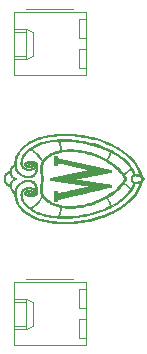
<source format=gbr>
%TF.GenerationSoftware,KiCad,Pcbnew,7.0.9*%
%TF.CreationDate,2023-11-28T13:05:06-06:00*%
%TF.ProjectId,bridge,62726964-6765-42e6-9b69-6361645f7063,D*%
%TF.SameCoordinates,Original*%
%TF.FileFunction,Legend,Top*%
%TF.FilePolarity,Positive*%
%FSLAX46Y46*%
G04 Gerber Fmt 4.6, Leading zero omitted, Abs format (unit mm)*
G04 Created by KiCad (PCBNEW 7.0.9) date 2023-11-28 13:05:06*
%MOMM*%
%LPD*%
G01*
G04 APERTURE LIST*
%ADD10C,0.120000*%
%ADD11C,0.010000*%
G04 APERTURE END LIST*
D10*
%TO.C,J4*%
X129000000Y-69450000D02*
X125000000Y-69450000D01*
X130030000Y-69740000D02*
X124010000Y-69740000D01*
X124010000Y-69740000D02*
X124010000Y-75040000D01*
X130030000Y-70320000D02*
X129430000Y-70320000D01*
X129430000Y-70320000D02*
X129430000Y-71920000D01*
X125010000Y-71120000D02*
X125540000Y-71370000D01*
X125010000Y-71120000D02*
X125010000Y-73660000D01*
X124010000Y-71120000D02*
X125010000Y-71120000D01*
X125540000Y-71370000D02*
X125540000Y-73410000D01*
X124010000Y-71370000D02*
X125010000Y-71370000D01*
X129430000Y-71920000D02*
X130030000Y-71920000D01*
X130030000Y-72860000D02*
X129430000Y-72860000D01*
X129430000Y-72860000D02*
X129430000Y-74460000D01*
X125540000Y-73410000D02*
X125010000Y-73660000D01*
X124010000Y-73410000D02*
X125010000Y-73410000D01*
X125010000Y-73660000D02*
X124010000Y-73660000D01*
X129430000Y-74460000D02*
X130030000Y-74460000D01*
X130030000Y-75040000D02*
X130030000Y-69740000D01*
X124010000Y-75040000D02*
X130030000Y-75040000D01*
%TO.C,J3*%
X129000000Y-46590000D02*
X125000000Y-46590000D01*
X130030000Y-46880000D02*
X124010000Y-46880000D01*
X124010000Y-46880000D02*
X124010000Y-52180000D01*
X130030000Y-47460000D02*
X129430000Y-47460000D01*
X129430000Y-47460000D02*
X129430000Y-49060000D01*
X125010000Y-48260000D02*
X125540000Y-48510000D01*
X125010000Y-48260000D02*
X125010000Y-50800000D01*
X124010000Y-48260000D02*
X125010000Y-48260000D01*
X125540000Y-48510000D02*
X125540000Y-50550000D01*
X124010000Y-48510000D02*
X125010000Y-48510000D01*
X129430000Y-49060000D02*
X130030000Y-49060000D01*
X130030000Y-50000000D02*
X129430000Y-50000000D01*
X129430000Y-50000000D02*
X129430000Y-51600000D01*
X125540000Y-50550000D02*
X125010000Y-50800000D01*
X124010000Y-50550000D02*
X125010000Y-50550000D01*
X125010000Y-50800000D02*
X124010000Y-50800000D01*
X129430000Y-51600000D02*
X130030000Y-51600000D01*
X130030000Y-52180000D02*
X130030000Y-46880000D01*
X124010000Y-52180000D02*
X130030000Y-52180000D01*
%TO.C,G\u002A\u002A\u002A*%
D11*
X127617220Y-59117230D02*
X127617485Y-59141906D01*
X127618633Y-59159402D01*
X127621190Y-59172688D01*
X127625683Y-59184737D01*
X127631115Y-59195655D01*
X127652058Y-59224978D01*
X127680573Y-59247639D01*
X127689409Y-59252555D01*
X127695070Y-59254026D01*
X127710337Y-59257616D01*
X127734894Y-59263255D01*
X127768426Y-59270874D01*
X127810618Y-59280401D01*
X127861154Y-59291767D01*
X127919719Y-59304901D01*
X127985997Y-59319733D01*
X128059673Y-59336193D01*
X128140432Y-59354212D01*
X128227958Y-59373718D01*
X128321936Y-59394641D01*
X128422050Y-59416912D01*
X128527985Y-59440460D01*
X128639426Y-59465215D01*
X128756056Y-59491107D01*
X128877562Y-59518065D01*
X129003626Y-59546020D01*
X129133935Y-59574901D01*
X129268172Y-59604638D01*
X129406022Y-59635162D01*
X129547170Y-59666401D01*
X129691300Y-59698285D01*
X129838096Y-59730745D01*
X129929689Y-59750991D01*
X130077968Y-59783763D01*
X130223776Y-59815989D01*
X130366797Y-59847600D01*
X130506715Y-59878526D01*
X130643215Y-59908697D01*
X130775982Y-59938044D01*
X130904700Y-59966496D01*
X131029055Y-59993984D01*
X131148729Y-60020439D01*
X131263409Y-60045790D01*
X131372779Y-60069968D01*
X131476522Y-60092903D01*
X131574325Y-60114525D01*
X131665871Y-60134765D01*
X131750845Y-60153553D01*
X131828931Y-60170819D01*
X131899815Y-60186493D01*
X131963180Y-60200506D01*
X132018712Y-60212788D01*
X132066094Y-60223270D01*
X132105012Y-60231880D01*
X132135150Y-60238551D01*
X132156193Y-60243211D01*
X132167825Y-60245792D01*
X132170170Y-60246316D01*
X132174781Y-60247796D01*
X132177949Y-60250808D01*
X132179944Y-60257022D01*
X132181036Y-60268107D01*
X132181498Y-60285735D01*
X132181599Y-60311575D01*
X132181600Y-60316782D01*
X132181600Y-60384570D01*
X132139690Y-60392774D01*
X132131376Y-60394395D01*
X132113482Y-60397877D01*
X132086402Y-60403145D01*
X132050527Y-60410121D01*
X132006253Y-60418731D01*
X131953971Y-60428896D01*
X131894075Y-60440541D01*
X131826958Y-60453589D01*
X131753014Y-60467964D01*
X131672636Y-60483589D01*
X131586217Y-60500388D01*
X131494150Y-60518284D01*
X131396828Y-60537201D01*
X131294646Y-60557063D01*
X131187995Y-60577793D01*
X131077269Y-60599315D01*
X130962862Y-60621552D01*
X130845167Y-60644427D01*
X130724577Y-60667865D01*
X130601485Y-60691789D01*
X130553596Y-60701097D01*
X130430128Y-60725097D01*
X130309246Y-60748605D01*
X130191330Y-60771544D01*
X130076759Y-60793841D01*
X129965914Y-60815421D01*
X129859174Y-60836211D01*
X129756920Y-60856137D01*
X129659532Y-60875123D01*
X129567389Y-60893096D01*
X129480872Y-60909982D01*
X129400360Y-60925706D01*
X129326234Y-60940195D01*
X129258873Y-60953373D01*
X129198658Y-60965168D01*
X129145968Y-60975504D01*
X129101183Y-60984307D01*
X129064684Y-60991504D01*
X129036851Y-60997020D01*
X129018062Y-61000780D01*
X129008700Y-61002712D01*
X129007663Y-61002963D01*
X129007053Y-61003105D01*
X129005875Y-61003145D01*
X129004475Y-61003134D01*
X129003199Y-61003127D01*
X129002393Y-61003178D01*
X129002403Y-61003338D01*
X129003574Y-61003663D01*
X129006253Y-61004205D01*
X129010785Y-61005018D01*
X129017515Y-61006155D01*
X129026791Y-61007669D01*
X129038957Y-61009614D01*
X129054359Y-61012044D01*
X129073344Y-61015011D01*
X129096257Y-61018569D01*
X129123444Y-61022771D01*
X129155250Y-61027671D01*
X129192022Y-61033322D01*
X129234105Y-61039778D01*
X129281846Y-61047092D01*
X129335589Y-61055317D01*
X129395681Y-61064507D01*
X129462468Y-61074716D01*
X129536295Y-61085995D01*
X129617509Y-61098400D01*
X129706454Y-61111982D01*
X129803478Y-61126797D01*
X129908925Y-61142896D01*
X130023141Y-61160334D01*
X130146473Y-61179164D01*
X130279267Y-61199439D01*
X130375660Y-61214157D01*
X130493816Y-61232199D01*
X130610998Y-61250093D01*
X130726688Y-61267760D01*
X130840368Y-61285121D01*
X130951522Y-61302098D01*
X131059632Y-61318610D01*
X131164182Y-61334579D01*
X131264654Y-61349927D01*
X131360531Y-61364573D01*
X131451296Y-61378440D01*
X131536432Y-61391447D01*
X131615421Y-61403517D01*
X131687748Y-61414570D01*
X131752893Y-61424526D01*
X131810342Y-61433308D01*
X131859575Y-61440836D01*
X131900077Y-61447031D01*
X131931330Y-61451814D01*
X131944110Y-61453771D01*
X132181600Y-61490159D01*
X132181600Y-61640329D01*
X132162550Y-61645389D01*
X132156372Y-61646869D01*
X132140617Y-61650579D01*
X132115601Y-61656446D01*
X132081642Y-61664394D01*
X132039057Y-61674350D01*
X131988164Y-61686239D01*
X131929280Y-61699989D01*
X131862723Y-61715525D01*
X131788810Y-61732772D01*
X131707858Y-61751657D01*
X131620185Y-61772106D01*
X131526109Y-61794045D01*
X131425946Y-61817399D01*
X131320014Y-61842096D01*
X131208631Y-61868060D01*
X131092113Y-61895218D01*
X130970779Y-61923495D01*
X130844946Y-61952818D01*
X130714931Y-61983113D01*
X130581052Y-62014306D01*
X130443625Y-62046322D01*
X130302969Y-62079088D01*
X130159401Y-62112529D01*
X130013238Y-62146573D01*
X129938780Y-62163914D01*
X129791367Y-62198248D01*
X129646363Y-62232027D01*
X129504086Y-62265177D01*
X129364855Y-62297623D01*
X129228988Y-62329290D01*
X129096805Y-62360104D01*
X128968623Y-62389992D01*
X128844761Y-62418877D01*
X128725539Y-62446687D01*
X128611274Y-62473346D01*
X128502286Y-62498781D01*
X128398893Y-62522916D01*
X128301413Y-62545678D01*
X128210166Y-62566991D01*
X128125470Y-62586783D01*
X128047643Y-62604977D01*
X127977005Y-62621500D01*
X127913874Y-62636278D01*
X127858569Y-62649235D01*
X127811408Y-62660299D01*
X127772710Y-62669393D01*
X127742794Y-62676444D01*
X127721978Y-62681378D01*
X127710582Y-62684119D01*
X127708523Y-62684642D01*
X127677939Y-62698473D01*
X127651348Y-62720843D01*
X127629669Y-62750610D01*
X127613820Y-62786630D01*
X127607566Y-62810396D01*
X127601094Y-62842140D01*
X127360680Y-62844864D01*
X127360680Y-61996320D01*
X127604409Y-61996320D01*
X127601216Y-62041306D01*
X127599911Y-62063962D01*
X127600153Y-62079970D01*
X127602395Y-62092780D01*
X127607093Y-62105847D01*
X127610817Y-62114240D01*
X127627867Y-62141510D01*
X127651243Y-62162031D01*
X127681508Y-62176088D01*
X127719222Y-62183967D01*
X127751840Y-62185983D01*
X127756798Y-62185939D01*
X127762574Y-62185625D01*
X127769532Y-62184957D01*
X127778038Y-62183853D01*
X127788458Y-62182232D01*
X127801157Y-62180009D01*
X127816500Y-62177104D01*
X127834853Y-62173434D01*
X127856582Y-62168915D01*
X127882052Y-62163466D01*
X127911629Y-62157005D01*
X127945678Y-62149448D01*
X127984564Y-62140714D01*
X128028654Y-62130720D01*
X128078313Y-62119383D01*
X128133906Y-62106621D01*
X128195799Y-62092352D01*
X128264358Y-62076493D01*
X128339947Y-62058962D01*
X128422933Y-62039677D01*
X128513681Y-62018554D01*
X128612556Y-61995511D01*
X128719925Y-61970467D01*
X128836152Y-61943338D01*
X128961604Y-61914042D01*
X129072640Y-61888105D01*
X129184496Y-61861968D01*
X129293806Y-61836413D01*
X129400153Y-61811539D01*
X129503122Y-61787444D01*
X129602296Y-61764224D01*
X129697258Y-61741978D01*
X129787594Y-61720804D01*
X129872886Y-61700800D01*
X129952718Y-61682062D01*
X130026675Y-61664689D01*
X130094341Y-61648778D01*
X130155298Y-61634428D01*
X130209131Y-61621736D01*
X130255425Y-61610799D01*
X130293762Y-61601716D01*
X130323726Y-61594585D01*
X130344902Y-61589502D01*
X130356873Y-61586566D01*
X130359527Y-61585852D01*
X130355356Y-61584760D01*
X130341430Y-61582168D01*
X130318033Y-61578122D01*
X130285453Y-61572668D01*
X130243976Y-61565850D01*
X130193888Y-61557713D01*
X130135474Y-61548304D01*
X130069022Y-61537667D01*
X129994816Y-61525847D01*
X129913144Y-61512891D01*
X129824292Y-61498843D01*
X129728545Y-61483748D01*
X129626190Y-61467652D01*
X129517512Y-61450600D01*
X129402799Y-61432637D01*
X129282336Y-61413809D01*
X129156409Y-61394161D01*
X129025304Y-61373739D01*
X128889308Y-61352586D01*
X128748706Y-61330750D01*
X128703447Y-61323727D01*
X128574444Y-61303714D01*
X128447882Y-61284077D01*
X128324138Y-61264874D01*
X128203590Y-61246165D01*
X128086615Y-61228008D01*
X127973593Y-61210462D01*
X127864899Y-61193585D01*
X127760912Y-61177436D01*
X127662009Y-61162075D01*
X127568569Y-61147558D01*
X127480968Y-61133946D01*
X127399585Y-61121297D01*
X127324797Y-61109670D01*
X127256982Y-61099122D01*
X127196518Y-61089714D01*
X127143781Y-61081503D01*
X127099150Y-61074549D01*
X127063003Y-61068910D01*
X127035717Y-61064644D01*
X127017670Y-61061811D01*
X127009240Y-61060469D01*
X127008890Y-61060410D01*
X126979680Y-61055435D01*
X126979680Y-60995360D01*
X126979841Y-60969503D01*
X126980488Y-60952067D01*
X126981868Y-60941317D01*
X126984227Y-60935519D01*
X126987810Y-60932936D01*
X126988570Y-60932688D01*
X126994166Y-60931463D01*
X127009346Y-60928239D01*
X127033744Y-60923091D01*
X127066999Y-60916096D01*
X127108746Y-60907330D01*
X127158623Y-60896868D01*
X127216267Y-60884787D01*
X127281314Y-60871162D01*
X127353400Y-60856070D01*
X127432164Y-60839587D01*
X127517240Y-60821788D01*
X127608267Y-60802749D01*
X127704881Y-60782548D01*
X127806719Y-60761258D01*
X127913417Y-60738957D01*
X128024613Y-60715721D01*
X128139942Y-60691625D01*
X128259043Y-60666745D01*
X128381551Y-60641158D01*
X128507103Y-60614939D01*
X128635336Y-60588165D01*
X128691640Y-60576411D01*
X128820994Y-60549404D01*
X128947858Y-60522913D01*
X129071867Y-60497015D01*
X129192656Y-60471784D01*
X129309860Y-60447298D01*
X129423114Y-60423633D01*
X129532053Y-60400866D01*
X129636311Y-60379073D01*
X129735524Y-60358329D01*
X129829327Y-60338712D01*
X129917354Y-60320298D01*
X129999241Y-60303164D01*
X130074622Y-60287385D01*
X130143133Y-60273037D01*
X130204408Y-60260199D01*
X130258083Y-60248945D01*
X130303792Y-60239352D01*
X130341170Y-60231496D01*
X130369853Y-60225455D01*
X130389475Y-60221303D01*
X130399671Y-60219118D01*
X130401060Y-60218804D01*
X130409405Y-60216391D01*
X130410620Y-60214501D01*
X130403715Y-60212208D01*
X130390900Y-60209290D01*
X130383781Y-60207670D01*
X130367185Y-60203860D01*
X130341532Y-60197958D01*
X130307243Y-60190060D01*
X130264740Y-60180264D01*
X130214445Y-60168668D01*
X130156777Y-60155367D01*
X130092160Y-60140460D01*
X130021013Y-60124044D01*
X129943758Y-60106215D01*
X129860816Y-60087072D01*
X129772609Y-60066711D01*
X129679558Y-60045230D01*
X129582084Y-60022725D01*
X129480609Y-59999294D01*
X129375553Y-59975035D01*
X129267338Y-59950044D01*
X129156385Y-59924418D01*
X129075180Y-59905662D01*
X128939185Y-59874249D01*
X128812732Y-59845042D01*
X128695458Y-59817965D01*
X128587005Y-59792943D01*
X128487012Y-59769900D01*
X128395119Y-59748759D01*
X128310966Y-59729445D01*
X128234193Y-59711882D01*
X128164440Y-59695994D01*
X128101347Y-59681706D01*
X128044553Y-59668940D01*
X127993700Y-59657622D01*
X127948426Y-59647676D01*
X127908371Y-59639026D01*
X127873177Y-59631595D01*
X127842482Y-59625308D01*
X127815926Y-59620089D01*
X127793150Y-59615863D01*
X127773793Y-59612552D01*
X127757495Y-59610082D01*
X127743897Y-59608377D01*
X127732638Y-59607360D01*
X127723357Y-59606957D01*
X127715697Y-59607090D01*
X127709295Y-59607684D01*
X127703792Y-59608663D01*
X127698828Y-59609951D01*
X127694042Y-59611473D01*
X127689076Y-59613153D01*
X127688340Y-59613398D01*
X127657657Y-59628359D01*
X127634180Y-59650445D01*
X127617972Y-59679551D01*
X127609098Y-59715576D01*
X127607288Y-59743340D01*
X127607678Y-59766102D01*
X127608919Y-59787978D01*
X127610751Y-59804529D01*
X127610930Y-59805570D01*
X127614800Y-59827160D01*
X127360680Y-59827160D01*
X127360680Y-59065160D01*
X127488950Y-59065160D01*
X127617220Y-59065159D01*
X127617220Y-59117230D01*
G36*
X127617220Y-59117230D02*
G01*
X127617485Y-59141906D01*
X127618633Y-59159402D01*
X127621190Y-59172688D01*
X127625683Y-59184737D01*
X127631115Y-59195655D01*
X127652058Y-59224978D01*
X127680573Y-59247639D01*
X127689409Y-59252555D01*
X127695070Y-59254026D01*
X127710337Y-59257616D01*
X127734894Y-59263255D01*
X127768426Y-59270874D01*
X127810618Y-59280401D01*
X127861154Y-59291767D01*
X127919719Y-59304901D01*
X127985997Y-59319733D01*
X128059673Y-59336193D01*
X128140432Y-59354212D01*
X128227958Y-59373718D01*
X128321936Y-59394641D01*
X128422050Y-59416912D01*
X128527985Y-59440460D01*
X128639426Y-59465215D01*
X128756056Y-59491107D01*
X128877562Y-59518065D01*
X129003626Y-59546020D01*
X129133935Y-59574901D01*
X129268172Y-59604638D01*
X129406022Y-59635162D01*
X129547170Y-59666401D01*
X129691300Y-59698285D01*
X129838096Y-59730745D01*
X129929689Y-59750991D01*
X130077968Y-59783763D01*
X130223776Y-59815989D01*
X130366797Y-59847600D01*
X130506715Y-59878526D01*
X130643215Y-59908697D01*
X130775982Y-59938044D01*
X130904700Y-59966496D01*
X131029055Y-59993984D01*
X131148729Y-60020439D01*
X131263409Y-60045790D01*
X131372779Y-60069968D01*
X131476522Y-60092903D01*
X131574325Y-60114525D01*
X131665871Y-60134765D01*
X131750845Y-60153553D01*
X131828931Y-60170819D01*
X131899815Y-60186493D01*
X131963180Y-60200506D01*
X132018712Y-60212788D01*
X132066094Y-60223270D01*
X132105012Y-60231880D01*
X132135150Y-60238551D01*
X132156193Y-60243211D01*
X132167825Y-60245792D01*
X132170170Y-60246316D01*
X132174781Y-60247796D01*
X132177949Y-60250808D01*
X132179944Y-60257022D01*
X132181036Y-60268107D01*
X132181498Y-60285735D01*
X132181599Y-60311575D01*
X132181600Y-60316782D01*
X132181600Y-60384570D01*
X132139690Y-60392774D01*
X132131376Y-60394395D01*
X132113482Y-60397877D01*
X132086402Y-60403145D01*
X132050527Y-60410121D01*
X132006253Y-60418731D01*
X131953971Y-60428896D01*
X131894075Y-60440541D01*
X131826958Y-60453589D01*
X131753014Y-60467964D01*
X131672636Y-60483589D01*
X131586217Y-60500388D01*
X131494150Y-60518284D01*
X131396828Y-60537201D01*
X131294646Y-60557063D01*
X131187995Y-60577793D01*
X131077269Y-60599315D01*
X130962862Y-60621552D01*
X130845167Y-60644427D01*
X130724577Y-60667865D01*
X130601485Y-60691789D01*
X130553596Y-60701097D01*
X130430128Y-60725097D01*
X130309246Y-60748605D01*
X130191330Y-60771544D01*
X130076759Y-60793841D01*
X129965914Y-60815421D01*
X129859174Y-60836211D01*
X129756920Y-60856137D01*
X129659532Y-60875123D01*
X129567389Y-60893096D01*
X129480872Y-60909982D01*
X129400360Y-60925706D01*
X129326234Y-60940195D01*
X129258873Y-60953373D01*
X129198658Y-60965168D01*
X129145968Y-60975504D01*
X129101183Y-60984307D01*
X129064684Y-60991504D01*
X129036851Y-60997020D01*
X129018062Y-61000780D01*
X129008700Y-61002712D01*
X129007663Y-61002963D01*
X129007053Y-61003105D01*
X129005875Y-61003145D01*
X129004475Y-61003134D01*
X129003199Y-61003127D01*
X129002393Y-61003178D01*
X129002403Y-61003338D01*
X129003574Y-61003663D01*
X129006253Y-61004205D01*
X129010785Y-61005018D01*
X129017515Y-61006155D01*
X129026791Y-61007669D01*
X129038957Y-61009614D01*
X129054359Y-61012044D01*
X129073344Y-61015011D01*
X129096257Y-61018569D01*
X129123444Y-61022771D01*
X129155250Y-61027671D01*
X129192022Y-61033322D01*
X129234105Y-61039778D01*
X129281846Y-61047092D01*
X129335589Y-61055317D01*
X129395681Y-61064507D01*
X129462468Y-61074716D01*
X129536295Y-61085995D01*
X129617509Y-61098400D01*
X129706454Y-61111982D01*
X129803478Y-61126797D01*
X129908925Y-61142896D01*
X130023141Y-61160334D01*
X130146473Y-61179164D01*
X130279267Y-61199439D01*
X130375660Y-61214157D01*
X130493816Y-61232199D01*
X130610998Y-61250093D01*
X130726688Y-61267760D01*
X130840368Y-61285121D01*
X130951522Y-61302098D01*
X131059632Y-61318610D01*
X131164182Y-61334579D01*
X131264654Y-61349927D01*
X131360531Y-61364573D01*
X131451296Y-61378440D01*
X131536432Y-61391447D01*
X131615421Y-61403517D01*
X131687748Y-61414570D01*
X131752893Y-61424526D01*
X131810342Y-61433308D01*
X131859575Y-61440836D01*
X131900077Y-61447031D01*
X131931330Y-61451814D01*
X131944110Y-61453771D01*
X132181600Y-61490159D01*
X132181600Y-61640329D01*
X132162550Y-61645389D01*
X132156372Y-61646869D01*
X132140617Y-61650579D01*
X132115601Y-61656446D01*
X132081642Y-61664394D01*
X132039057Y-61674350D01*
X131988164Y-61686239D01*
X131929280Y-61699989D01*
X131862723Y-61715525D01*
X131788810Y-61732772D01*
X131707858Y-61751657D01*
X131620185Y-61772106D01*
X131526109Y-61794045D01*
X131425946Y-61817399D01*
X131320014Y-61842096D01*
X131208631Y-61868060D01*
X131092113Y-61895218D01*
X130970779Y-61923495D01*
X130844946Y-61952818D01*
X130714931Y-61983113D01*
X130581052Y-62014306D01*
X130443625Y-62046322D01*
X130302969Y-62079088D01*
X130159401Y-62112529D01*
X130013238Y-62146573D01*
X129938780Y-62163914D01*
X129791367Y-62198248D01*
X129646363Y-62232027D01*
X129504086Y-62265177D01*
X129364855Y-62297623D01*
X129228988Y-62329290D01*
X129096805Y-62360104D01*
X128968623Y-62389992D01*
X128844761Y-62418877D01*
X128725539Y-62446687D01*
X128611274Y-62473346D01*
X128502286Y-62498781D01*
X128398893Y-62522916D01*
X128301413Y-62545678D01*
X128210166Y-62566991D01*
X128125470Y-62586783D01*
X128047643Y-62604977D01*
X127977005Y-62621500D01*
X127913874Y-62636278D01*
X127858569Y-62649235D01*
X127811408Y-62660299D01*
X127772710Y-62669393D01*
X127742794Y-62676444D01*
X127721978Y-62681378D01*
X127710582Y-62684119D01*
X127708523Y-62684642D01*
X127677939Y-62698473D01*
X127651348Y-62720843D01*
X127629669Y-62750610D01*
X127613820Y-62786630D01*
X127607566Y-62810396D01*
X127601094Y-62842140D01*
X127360680Y-62844864D01*
X127360680Y-61996320D01*
X127604409Y-61996320D01*
X127601216Y-62041306D01*
X127599911Y-62063962D01*
X127600153Y-62079970D01*
X127602395Y-62092780D01*
X127607093Y-62105847D01*
X127610817Y-62114240D01*
X127627867Y-62141510D01*
X127651243Y-62162031D01*
X127681508Y-62176088D01*
X127719222Y-62183967D01*
X127751840Y-62185983D01*
X127756798Y-62185939D01*
X127762574Y-62185625D01*
X127769532Y-62184957D01*
X127778038Y-62183853D01*
X127788458Y-62182232D01*
X127801157Y-62180009D01*
X127816500Y-62177104D01*
X127834853Y-62173434D01*
X127856582Y-62168915D01*
X127882052Y-62163466D01*
X127911629Y-62157005D01*
X127945678Y-62149448D01*
X127984564Y-62140714D01*
X128028654Y-62130720D01*
X128078313Y-62119383D01*
X128133906Y-62106621D01*
X128195799Y-62092352D01*
X128264358Y-62076493D01*
X128339947Y-62058962D01*
X128422933Y-62039677D01*
X128513681Y-62018554D01*
X128612556Y-61995511D01*
X128719925Y-61970467D01*
X128836152Y-61943338D01*
X128961604Y-61914042D01*
X129072640Y-61888105D01*
X129184496Y-61861968D01*
X129293806Y-61836413D01*
X129400153Y-61811539D01*
X129503122Y-61787444D01*
X129602296Y-61764224D01*
X129697258Y-61741978D01*
X129787594Y-61720804D01*
X129872886Y-61700800D01*
X129952718Y-61682062D01*
X130026675Y-61664689D01*
X130094341Y-61648778D01*
X130155298Y-61634428D01*
X130209131Y-61621736D01*
X130255425Y-61610799D01*
X130293762Y-61601716D01*
X130323726Y-61594585D01*
X130344902Y-61589502D01*
X130356873Y-61586566D01*
X130359527Y-61585852D01*
X130355356Y-61584760D01*
X130341430Y-61582168D01*
X130318033Y-61578122D01*
X130285453Y-61572668D01*
X130243976Y-61565850D01*
X130193888Y-61557713D01*
X130135474Y-61548304D01*
X130069022Y-61537667D01*
X129994816Y-61525847D01*
X129913144Y-61512891D01*
X129824292Y-61498843D01*
X129728545Y-61483748D01*
X129626190Y-61467652D01*
X129517512Y-61450600D01*
X129402799Y-61432637D01*
X129282336Y-61413809D01*
X129156409Y-61394161D01*
X129025304Y-61373739D01*
X128889308Y-61352586D01*
X128748706Y-61330750D01*
X128703447Y-61323727D01*
X128574444Y-61303714D01*
X128447882Y-61284077D01*
X128324138Y-61264874D01*
X128203590Y-61246165D01*
X128086615Y-61228008D01*
X127973593Y-61210462D01*
X127864899Y-61193585D01*
X127760912Y-61177436D01*
X127662009Y-61162075D01*
X127568569Y-61147558D01*
X127480968Y-61133946D01*
X127399585Y-61121297D01*
X127324797Y-61109670D01*
X127256982Y-61099122D01*
X127196518Y-61089714D01*
X127143781Y-61081503D01*
X127099150Y-61074549D01*
X127063003Y-61068910D01*
X127035717Y-61064644D01*
X127017670Y-61061811D01*
X127009240Y-61060469D01*
X127008890Y-61060410D01*
X126979680Y-61055435D01*
X126979680Y-60995360D01*
X126979841Y-60969503D01*
X126980488Y-60952067D01*
X126981868Y-60941317D01*
X126984227Y-60935519D01*
X126987810Y-60932936D01*
X126988570Y-60932688D01*
X126994166Y-60931463D01*
X127009346Y-60928239D01*
X127033744Y-60923091D01*
X127066999Y-60916096D01*
X127108746Y-60907330D01*
X127158623Y-60896868D01*
X127216267Y-60884787D01*
X127281314Y-60871162D01*
X127353400Y-60856070D01*
X127432164Y-60839587D01*
X127517240Y-60821788D01*
X127608267Y-60802749D01*
X127704881Y-60782548D01*
X127806719Y-60761258D01*
X127913417Y-60738957D01*
X128024613Y-60715721D01*
X128139942Y-60691625D01*
X128259043Y-60666745D01*
X128381551Y-60641158D01*
X128507103Y-60614939D01*
X128635336Y-60588165D01*
X128691640Y-60576411D01*
X128820994Y-60549404D01*
X128947858Y-60522913D01*
X129071867Y-60497015D01*
X129192656Y-60471784D01*
X129309860Y-60447298D01*
X129423114Y-60423633D01*
X129532053Y-60400866D01*
X129636311Y-60379073D01*
X129735524Y-60358329D01*
X129829327Y-60338712D01*
X129917354Y-60320298D01*
X129999241Y-60303164D01*
X130074622Y-60287385D01*
X130143133Y-60273037D01*
X130204408Y-60260199D01*
X130258083Y-60248945D01*
X130303792Y-60239352D01*
X130341170Y-60231496D01*
X130369853Y-60225455D01*
X130389475Y-60221303D01*
X130399671Y-60219118D01*
X130401060Y-60218804D01*
X130409405Y-60216391D01*
X130410620Y-60214501D01*
X130403715Y-60212208D01*
X130390900Y-60209290D01*
X130383781Y-60207670D01*
X130367185Y-60203860D01*
X130341532Y-60197958D01*
X130307243Y-60190060D01*
X130264740Y-60180264D01*
X130214445Y-60168668D01*
X130156777Y-60155367D01*
X130092160Y-60140460D01*
X130021013Y-60124044D01*
X129943758Y-60106215D01*
X129860816Y-60087072D01*
X129772609Y-60066711D01*
X129679558Y-60045230D01*
X129582084Y-60022725D01*
X129480609Y-59999294D01*
X129375553Y-59975035D01*
X129267338Y-59950044D01*
X129156385Y-59924418D01*
X129075180Y-59905662D01*
X128939185Y-59874249D01*
X128812732Y-59845042D01*
X128695458Y-59817965D01*
X128587005Y-59792943D01*
X128487012Y-59769900D01*
X128395119Y-59748759D01*
X128310966Y-59729445D01*
X128234193Y-59711882D01*
X128164440Y-59695994D01*
X128101347Y-59681706D01*
X128044553Y-59668940D01*
X127993700Y-59657622D01*
X127948426Y-59647676D01*
X127908371Y-59639026D01*
X127873177Y-59631595D01*
X127842482Y-59625308D01*
X127815926Y-59620089D01*
X127793150Y-59615863D01*
X127773793Y-59612552D01*
X127757495Y-59610082D01*
X127743897Y-59608377D01*
X127732638Y-59607360D01*
X127723357Y-59606957D01*
X127715697Y-59607090D01*
X127709295Y-59607684D01*
X127703792Y-59608663D01*
X127698828Y-59609951D01*
X127694042Y-59611473D01*
X127689076Y-59613153D01*
X127688340Y-59613398D01*
X127657657Y-59628359D01*
X127634180Y-59650445D01*
X127617972Y-59679551D01*
X127609098Y-59715576D01*
X127607288Y-59743340D01*
X127607678Y-59766102D01*
X127608919Y-59787978D01*
X127610751Y-59804529D01*
X127610930Y-59805570D01*
X127614800Y-59827160D01*
X127360680Y-59827160D01*
X127360680Y-59065160D01*
X127488950Y-59065160D01*
X127617220Y-59065159D01*
X127617220Y-59117230D01*
G37*
X128287179Y-57177962D02*
X128355422Y-57178205D01*
X128421620Y-57178642D01*
X128484553Y-57179272D01*
X128542999Y-57180096D01*
X128595740Y-57181113D01*
X128641555Y-57182324D01*
X128679223Y-57183729D01*
X128694180Y-57184479D01*
X128922254Y-57199294D01*
X129142657Y-57217866D01*
X129357248Y-57240426D01*
X129567882Y-57267203D01*
X129776418Y-57298425D01*
X129984712Y-57334323D01*
X130126740Y-57361438D01*
X130384528Y-57416080D01*
X130637889Y-57476867D01*
X130886551Y-57543657D01*
X131130243Y-57616310D01*
X131368694Y-57694684D01*
X131601632Y-57778637D01*
X131828785Y-57868029D01*
X132049883Y-57962716D01*
X132264653Y-58062559D01*
X132472825Y-58167415D01*
X132674126Y-58277144D01*
X132868286Y-58391603D01*
X133055033Y-58510651D01*
X133234096Y-58634147D01*
X133405202Y-58761949D01*
X133568082Y-58893916D01*
X133722462Y-59029906D01*
X133868073Y-59169778D01*
X134004641Y-59313390D01*
X134114593Y-59439711D01*
X134223660Y-59576986D01*
X134325264Y-59718201D01*
X134419063Y-59862706D01*
X134504714Y-60009851D01*
X134581876Y-60158986D01*
X134650204Y-60309460D01*
X134709358Y-60460623D01*
X134758995Y-60611826D01*
X134788312Y-60719009D01*
X134804251Y-60782656D01*
X134827083Y-60798365D01*
X134850346Y-60815409D01*
X134875671Y-60835680D01*
X134901020Y-60857376D01*
X134924358Y-60878692D01*
X134943647Y-60897825D01*
X134956850Y-60912972D01*
X134957479Y-60913817D01*
X134971595Y-60936065D01*
X134977820Y-60954722D01*
X134976570Y-60972043D01*
X134970815Y-60985819D01*
X134961444Y-60999009D01*
X134945706Y-61016697D01*
X134925330Y-61037247D01*
X134902045Y-61059018D01*
X134877582Y-61080372D01*
X134853669Y-61099670D01*
X134839911Y-61109860D01*
X134822384Y-61122635D01*
X134811308Y-61132254D01*
X134804702Y-61141229D01*
X134800586Y-61152076D01*
X134797887Y-61163200D01*
X134791853Y-61187923D01*
X134783219Y-61220084D01*
X134772636Y-61257497D01*
X134760759Y-61297976D01*
X134748241Y-61339334D01*
X134735736Y-61379386D01*
X134723897Y-61415945D01*
X134713377Y-61446826D01*
X134711629Y-61451738D01*
X134646883Y-61617169D01*
X134572418Y-61779721D01*
X134488275Y-61939341D01*
X134394493Y-62095977D01*
X134291114Y-62249578D01*
X134178177Y-62400090D01*
X134055722Y-62547463D01*
X133923790Y-62691643D01*
X133782420Y-62832578D01*
X133631654Y-62970217D01*
X133471531Y-63104506D01*
X133388100Y-63170281D01*
X133219017Y-63295605D01*
X133040870Y-63417423D01*
X132854241Y-63535411D01*
X132659715Y-63649246D01*
X132457873Y-63758603D01*
X132249302Y-63863160D01*
X132034583Y-63962593D01*
X131814300Y-64056577D01*
X131726940Y-64091711D01*
X131460042Y-64192075D01*
X131187710Y-64284365D01*
X130910589Y-64368491D01*
X130629325Y-64444368D01*
X130344562Y-64511907D01*
X130056947Y-64571022D01*
X129767126Y-64621624D01*
X129475744Y-64663627D01*
X129183446Y-64696942D01*
X128890879Y-64721483D01*
X128598688Y-64737162D01*
X128326462Y-64743453D01*
X128307519Y-64743891D01*
X128018017Y-64741583D01*
X127730827Y-64730151D01*
X127446597Y-64709507D01*
X127284480Y-64693401D01*
X127066578Y-64666069D01*
X126853304Y-64632277D01*
X126645035Y-64592149D01*
X126442147Y-64545808D01*
X126245017Y-64493377D01*
X126054021Y-64434981D01*
X125869535Y-64370742D01*
X125691937Y-64300784D01*
X125521602Y-64225231D01*
X125358908Y-64144204D01*
X125204230Y-64057829D01*
X125057945Y-63966229D01*
X125050407Y-63961212D01*
X124918941Y-63868400D01*
X124795445Y-63770872D01*
X124680085Y-63668872D01*
X124573029Y-63562648D01*
X124474443Y-63452445D01*
X124384494Y-63338510D01*
X124303350Y-63221089D01*
X124231175Y-63100427D01*
X124168139Y-62976770D01*
X124114407Y-62850365D01*
X124070146Y-62721458D01*
X124035523Y-62590295D01*
X124010705Y-62457121D01*
X124005662Y-62420500D01*
X124002812Y-62395699D01*
X123999758Y-62365051D01*
X123996688Y-62330915D01*
X123993789Y-62295652D01*
X123991248Y-62261621D01*
X123989253Y-62231181D01*
X123987992Y-62206693D01*
X123987638Y-62193513D01*
X123984250Y-62181774D01*
X124114620Y-62181774D01*
X124118108Y-62291084D01*
X124129403Y-62406515D01*
X124132637Y-62430660D01*
X124156419Y-62564334D01*
X124190036Y-62695810D01*
X124233322Y-62824695D01*
X124286112Y-62950597D01*
X124348242Y-63073121D01*
X124419548Y-63191876D01*
X124498837Y-63305104D01*
X124539024Y-63355995D01*
X124585650Y-63410822D01*
X124636866Y-63467648D01*
X124690821Y-63524537D01*
X124745666Y-63579549D01*
X124799549Y-63630749D01*
X124850621Y-63676197D01*
X124863860Y-63687373D01*
X124994706Y-63790077D01*
X125133891Y-63887119D01*
X125281287Y-63978455D01*
X125436768Y-64064047D01*
X125600210Y-64143851D01*
X125771486Y-64217827D01*
X125950469Y-64285932D01*
X126137036Y-64348126D01*
X126331059Y-64404368D01*
X126532413Y-64454615D01*
X126740972Y-64498827D01*
X126956610Y-64536961D01*
X127179202Y-64568977D01*
X127408621Y-64594833D01*
X127644742Y-64614487D01*
X127688340Y-64617389D01*
X127839537Y-64625451D01*
X127997989Y-64630856D01*
X128161147Y-64633608D01*
X128326462Y-64633713D01*
X128491384Y-64631178D01*
X128653364Y-64626007D01*
X128809853Y-64618207D01*
X128864360Y-64614756D01*
X129171241Y-64589382D01*
X129475647Y-64554658D01*
X129777270Y-64510652D01*
X130075805Y-64457433D01*
X130370945Y-64395070D01*
X130662384Y-64323633D01*
X130949816Y-64243189D01*
X131232935Y-64153808D01*
X131511434Y-64055558D01*
X131733931Y-63969316D01*
X131889947Y-63904043D01*
X132047661Y-63833614D01*
X132204941Y-63759086D01*
X132359656Y-63681512D01*
X132509674Y-63601949D01*
X132652864Y-63521451D01*
X132728182Y-63477015D01*
X132915112Y-63360193D01*
X133093375Y-63239583D01*
X133262884Y-63115281D01*
X133423555Y-62987384D01*
X133575304Y-62855989D01*
X133718046Y-62721193D01*
X133851697Y-62583093D01*
X133976171Y-62441786D01*
X134091386Y-62297368D01*
X134197255Y-62149937D01*
X134293695Y-61999589D01*
X134380620Y-61846422D01*
X134457947Y-61690533D01*
X134525591Y-61532017D01*
X134583467Y-61370973D01*
X134594023Y-61337957D01*
X134602486Y-61310619D01*
X134609788Y-61286448D01*
X134615411Y-61267203D01*
X134618839Y-61254643D01*
X134619656Y-61250762D01*
X134617383Y-61247612D01*
X134608908Y-61249503D01*
X134600950Y-61252791D01*
X134575084Y-61263253D01*
X134542389Y-61274991D01*
X134505943Y-61287029D01*
X134468824Y-61298394D01*
X134434111Y-61308111D01*
X134404883Y-61315205D01*
X134401560Y-61315902D01*
X134373076Y-61320734D01*
X134338556Y-61325067D01*
X134302119Y-61328436D01*
X134275042Y-61330097D01*
X134207868Y-61333110D01*
X134201864Y-61333380D01*
X134167256Y-61419409D01*
X134103754Y-61564078D01*
X134030378Y-61707061D01*
X133947310Y-61848112D01*
X133854733Y-61986984D01*
X133847097Y-61997208D01*
X133752830Y-62123430D01*
X133641783Y-62257204D01*
X133521776Y-62388059D01*
X133392992Y-62515749D01*
X133273800Y-62624205D01*
X133119190Y-62753445D01*
X132955430Y-62878665D01*
X132782752Y-62999738D01*
X132601391Y-63116538D01*
X132411579Y-63228939D01*
X132213551Y-63336815D01*
X132158300Y-63364498D01*
X132007539Y-63440038D01*
X131793778Y-63538483D01*
X131572500Y-63632022D01*
X131343940Y-63720531D01*
X131108330Y-63803881D01*
X131073887Y-63815434D01*
X130791570Y-63904344D01*
X130506332Y-63983916D01*
X130217918Y-64054196D01*
X129926075Y-64115235D01*
X129630550Y-64167079D01*
X129331091Y-64209777D01*
X129027443Y-64243377D01*
X128719354Y-64267927D01*
X128686560Y-64269993D01*
X128639279Y-64272472D01*
X128583448Y-64274683D01*
X128520673Y-64276610D01*
X128452562Y-64278239D01*
X128380721Y-64279552D01*
X128306756Y-64280536D01*
X128232275Y-64281174D01*
X128190027Y-64281332D01*
X128158884Y-64281450D01*
X128088190Y-64281349D01*
X128021799Y-64280857D01*
X127961319Y-64279956D01*
X127908355Y-64278632D01*
X127883920Y-64277754D01*
X127665513Y-64265725D01*
X127652569Y-64265012D01*
X127427257Y-64245894D01*
X127208179Y-64220451D01*
X126995535Y-64188734D01*
X126834816Y-64159135D01*
X127747252Y-64159135D01*
X127771136Y-64162300D01*
X127786101Y-64163580D01*
X127810087Y-64164745D01*
X127841953Y-64165790D01*
X127880563Y-64166707D01*
X127924776Y-64167491D01*
X127973453Y-64168135D01*
X128025456Y-64168633D01*
X128079645Y-64168980D01*
X128134881Y-64169169D01*
X128190027Y-64169194D01*
X128243941Y-64169048D01*
X128295486Y-64168726D01*
X128343522Y-64168221D01*
X128386911Y-64167527D01*
X128424514Y-64166638D01*
X128445260Y-64165955D01*
X128745146Y-64150077D01*
X129042769Y-64125274D01*
X129337784Y-64091629D01*
X129629845Y-64049222D01*
X129918607Y-63998137D01*
X130203725Y-63938456D01*
X130484853Y-63870260D01*
X130761646Y-63793633D01*
X131033759Y-63708655D01*
X131300846Y-63615409D01*
X131562562Y-63513978D01*
X131818562Y-63404444D01*
X131999990Y-63320204D01*
X132031367Y-63304827D01*
X132054212Y-63292861D01*
X132069367Y-63283807D01*
X132077676Y-63277163D01*
X132080000Y-63272748D01*
X132078791Y-63264731D01*
X132075473Y-63248935D01*
X132070508Y-63227415D01*
X132064358Y-63202221D01*
X132062154Y-63193477D01*
X132031723Y-63085946D01*
X131996525Y-62983644D01*
X131956949Y-62887412D01*
X131913390Y-62798094D01*
X131866237Y-62716532D01*
X131815885Y-62643571D01*
X131792922Y-62614537D01*
X131764364Y-62579973D01*
X131725332Y-62601502D01*
X131672111Y-62630717D01*
X131623632Y-62656992D01*
X131577552Y-62681552D01*
X131531530Y-62705623D01*
X131483222Y-62730431D01*
X131430287Y-62757201D01*
X131373880Y-62785418D01*
X131276946Y-62833160D01*
X131187014Y-62876217D01*
X131102460Y-62915274D01*
X131021661Y-62951016D01*
X130942992Y-62984127D01*
X130864831Y-63015294D01*
X130785554Y-63045200D01*
X130703536Y-63074530D01*
X130624580Y-63101488D01*
X130391193Y-63174857D01*
X130158055Y-63238555D01*
X129924148Y-63292781D01*
X129688454Y-63337738D01*
X129449955Y-63373628D01*
X129207631Y-63400650D01*
X129044700Y-63413754D01*
X128979650Y-63417533D01*
X128907893Y-63420512D01*
X128831218Y-63422690D01*
X128751416Y-63424066D01*
X128744520Y-63424114D01*
X128670278Y-63424641D01*
X128589594Y-63424414D01*
X128511156Y-63423384D01*
X128436753Y-63421552D01*
X128368176Y-63418918D01*
X128307217Y-63415480D01*
X128285240Y-63413870D01*
X128245794Y-63410556D01*
X128203691Y-63406679D01*
X128160609Y-63402423D01*
X128118227Y-63397975D01*
X128078225Y-63393518D01*
X128042281Y-63389237D01*
X128012074Y-63385318D01*
X127989284Y-63381944D01*
X127979702Y-63380226D01*
X127972363Y-63379254D01*
X127968017Y-63381489D01*
X127965448Y-63389045D01*
X127963439Y-63404036D01*
X127962845Y-63409544D01*
X127958870Y-63442193D01*
X127953307Y-63481597D01*
X127946653Y-63524702D01*
X127939406Y-63568457D01*
X127932064Y-63609808D01*
X127925122Y-63645704D01*
X127921839Y-63661191D01*
X127903949Y-63735153D01*
X127882659Y-63811417D01*
X127858721Y-63887772D01*
X127832891Y-63962009D01*
X127805923Y-64031920D01*
X127778569Y-64095293D01*
X127761635Y-64130558D01*
X127747252Y-64159135D01*
X126834816Y-64159135D01*
X126789520Y-64150793D01*
X126590334Y-64106679D01*
X126398173Y-64056442D01*
X126213234Y-64000133D01*
X126035716Y-63937802D01*
X125865815Y-63869501D01*
X125703730Y-63795278D01*
X125549658Y-63715185D01*
X125442980Y-63653416D01*
X125315567Y-63571586D01*
X125301988Y-63561768D01*
X125196910Y-63485792D01*
X125189643Y-63479858D01*
X125369069Y-63479858D01*
X125441584Y-63527381D01*
X125573724Y-63608617D01*
X125714396Y-63684799D01*
X125863259Y-63755823D01*
X126019972Y-63821585D01*
X126184195Y-63881980D01*
X126355587Y-63936904D01*
X126533807Y-63986253D01*
X126718513Y-64029923D01*
X126909367Y-64067810D01*
X127106026Y-64099810D01*
X127308149Y-64125817D01*
X127444500Y-64139661D01*
X127481347Y-64142939D01*
X127518672Y-64146129D01*
X127553925Y-64149023D01*
X127584558Y-64151410D01*
X127608024Y-64153085D01*
X127610886Y-64153269D01*
X127665513Y-64156709D01*
X127695560Y-64093785D01*
X127745575Y-63980157D01*
X127788575Y-63863137D01*
X127824864Y-63741630D01*
X127854745Y-63614541D01*
X127878523Y-63480776D01*
X127890724Y-63390780D01*
X127892268Y-63378737D01*
X127893318Y-63371827D01*
X127889680Y-63368039D01*
X127882650Y-63365653D01*
X127873124Y-63363718D01*
X127856197Y-63360387D01*
X127834447Y-63356163D01*
X127815340Y-63352488D01*
X127741915Y-63336795D01*
X127662531Y-63316909D01*
X127580047Y-63293680D01*
X127497322Y-63267959D01*
X127417217Y-63240596D01*
X127342590Y-63212442D01*
X127336877Y-63210155D01*
X127296456Y-63193121D01*
X127249766Y-63172159D01*
X127199297Y-63148485D01*
X127147541Y-63123318D01*
X127096989Y-63097873D01*
X127050131Y-63073368D01*
X127009460Y-63051021D01*
X126999718Y-63045431D01*
X126892927Y-62979562D01*
X126789935Y-62908317D01*
X126691865Y-62832645D01*
X126599842Y-62753493D01*
X126514988Y-62671811D01*
X126438428Y-62588548D01*
X126392940Y-62533128D01*
X126376632Y-62512439D01*
X126362537Y-62494918D01*
X126351820Y-62481983D01*
X126345648Y-62475057D01*
X126344680Y-62474279D01*
X126341189Y-62478228D01*
X126333986Y-62489060D01*
X126324348Y-62504810D01*
X126319385Y-62513273D01*
X126304350Y-62538233D01*
X126284535Y-62569622D01*
X126261140Y-62605655D01*
X126235364Y-62644547D01*
X126208409Y-62684515D01*
X126181473Y-62723774D01*
X126155758Y-62760539D01*
X126132464Y-62793026D01*
X126118696Y-62811660D01*
X126043776Y-62907425D01*
X125966412Y-62998662D01*
X125887314Y-63084718D01*
X125807192Y-63164937D01*
X125726754Y-63238665D01*
X125646712Y-63305246D01*
X125567774Y-63364025D01*
X125490649Y-63414348D01*
X125427206Y-63449903D01*
X125369069Y-63479858D01*
X125189643Y-63479858D01*
X125087151Y-63396168D01*
X124986432Y-63302853D01*
X124894894Y-63205981D01*
X124812678Y-63105689D01*
X124739928Y-63002113D01*
X124704442Y-62944546D01*
X124648355Y-62839561D01*
X124602137Y-62732360D01*
X124565657Y-62622516D01*
X124538783Y-62509602D01*
X124521384Y-62393191D01*
X124516068Y-62331600D01*
X124513868Y-62253701D01*
X124518219Y-62182873D01*
X124529455Y-62118156D01*
X124547907Y-62058589D01*
X124573906Y-62003210D01*
X124607786Y-61951058D01*
X124649878Y-61901171D01*
X124672699Y-61878132D01*
X124729706Y-61829167D01*
X124791793Y-61787539D01*
X124859786Y-61752831D01*
X124934513Y-61724626D01*
X125016800Y-61702506D01*
X125023880Y-61700955D01*
X125042916Y-61697103D01*
X125060747Y-61694201D01*
X125079304Y-61692116D01*
X125100520Y-61690717D01*
X125126327Y-61689871D01*
X125158659Y-61689446D01*
X125194060Y-61689315D01*
X125244289Y-61689643D01*
X125286704Y-61690963D01*
X125323629Y-61693580D01*
X125357387Y-61697795D01*
X125390301Y-61703912D01*
X125424694Y-61712233D01*
X125462889Y-61723060D01*
X125470428Y-61725323D01*
X125522612Y-61743225D01*
X125574517Y-61764999D01*
X125624012Y-61789537D01*
X125668965Y-61815731D01*
X125707247Y-61842473D01*
X125726197Y-61858383D01*
X125745827Y-61874505D01*
X125763702Y-61885803D01*
X125777961Y-61891235D01*
X125784610Y-61891060D01*
X125788880Y-61884390D01*
X125790667Y-61869232D01*
X125790110Y-61846915D01*
X125787348Y-61818766D01*
X125782518Y-61786115D01*
X125775761Y-61750289D01*
X125767214Y-61712617D01*
X125765109Y-61704220D01*
X125739490Y-61619985D01*
X125707304Y-61541745D01*
X125668914Y-61470000D01*
X125624684Y-61405253D01*
X125574975Y-61348007D01*
X125520151Y-61298763D01*
X125460574Y-61258023D01*
X125430956Y-61241916D01*
X125370404Y-61215687D01*
X125307223Y-61196641D01*
X125240571Y-61184714D01*
X125169609Y-61179842D01*
X125093495Y-61181960D01*
X125011388Y-61191003D01*
X124936762Y-61203987D01*
X124834027Y-61228817D01*
X124737849Y-61261132D01*
X124647537Y-61301294D01*
X124562402Y-61349664D01*
X124481756Y-61406604D01*
X124404909Y-61472476D01*
X124380575Y-61495928D01*
X124340398Y-61536942D01*
X124307037Y-61573950D01*
X124279049Y-61608861D01*
X124254991Y-61643588D01*
X124233422Y-61680042D01*
X124215788Y-61714175D01*
X124179598Y-61798392D01*
X124151429Y-61886893D01*
X124131238Y-61980046D01*
X124118982Y-62078217D01*
X124114620Y-62181774D01*
X123984250Y-62181774D01*
X123984034Y-62181025D01*
X123977467Y-62176682D01*
X123964240Y-62170521D01*
X123945294Y-62159143D01*
X123922609Y-62143960D01*
X123898162Y-62126386D01*
X123873933Y-62107834D01*
X123851902Y-62089715D01*
X123837381Y-62076666D01*
X123775762Y-62011230D01*
X123721531Y-61939123D01*
X123675074Y-61861037D01*
X123636779Y-61777665D01*
X123607034Y-61689701D01*
X123595479Y-61644169D01*
X123588780Y-61614597D01*
X123579611Y-61611535D01*
X123550680Y-61601873D01*
X123529002Y-61593823D01*
X123502587Y-61582828D01*
X123475678Y-61570692D01*
X123463057Y-61564609D01*
X123387440Y-61522069D01*
X123358897Y-61501535D01*
X123695066Y-61501535D01*
X123695548Y-61575557D01*
X123705852Y-61648769D01*
X123725896Y-61720457D01*
X123755596Y-61789908D01*
X123779784Y-61833099D01*
X123805885Y-61870369D01*
X123838277Y-61908544D01*
X123874808Y-61945585D01*
X123913330Y-61979453D01*
X123951691Y-62008108D01*
X123985940Y-62028601D01*
X124002100Y-62036860D01*
X124007878Y-62007700D01*
X124011418Y-61991404D01*
X124016842Y-61968306D01*
X124023424Y-61941421D01*
X124030441Y-61913766D01*
X124030768Y-61912500D01*
X124055864Y-61824978D01*
X124083789Y-61746097D01*
X124115229Y-61674567D01*
X124150871Y-61609099D01*
X124191401Y-61548403D01*
X124237506Y-61491189D01*
X124277967Y-61447960D01*
X124362482Y-61369979D01*
X124452525Y-61300455D01*
X124547739Y-61239563D01*
X124647767Y-61187477D01*
X124752250Y-61144373D01*
X124860831Y-61110427D01*
X124973152Y-61085813D01*
X125036580Y-61076293D01*
X125075234Y-61072682D01*
X125119936Y-61070579D01*
X125167987Y-61069944D01*
X125216684Y-61070733D01*
X125263328Y-61072904D01*
X125305218Y-61076414D01*
X125338840Y-61081073D01*
X125420939Y-61100233D01*
X125496417Y-61127080D01*
X125565436Y-61161734D01*
X125628156Y-61204317D01*
X125684738Y-61254949D01*
X125735344Y-61313753D01*
X125780133Y-61380848D01*
X125809097Y-61434821D01*
X125833969Y-61488980D01*
X125853852Y-61540396D01*
X125870252Y-61593400D01*
X125884362Y-61650880D01*
X125893545Y-61694698D01*
X125900779Y-61735139D01*
X125906270Y-61774380D01*
X125910220Y-61814595D01*
X125912836Y-61857959D01*
X125914319Y-61906647D01*
X125914876Y-61962833D01*
X125914895Y-61976000D01*
X125914531Y-62037490D01*
X125913361Y-62089717D01*
X125911305Y-62133552D01*
X125908283Y-62169866D01*
X125904215Y-62199532D01*
X125899022Y-62223419D01*
X125892623Y-62242400D01*
X125889930Y-62248361D01*
X125867596Y-62282970D01*
X125835904Y-62315023D01*
X125795399Y-62344245D01*
X125746624Y-62370356D01*
X125690123Y-62393081D01*
X125626440Y-62412142D01*
X125556119Y-62427261D01*
X125530883Y-62431441D01*
X125493743Y-62435778D01*
X125449384Y-62438755D01*
X125400527Y-62440371D01*
X125349893Y-62440624D01*
X125300207Y-62439515D01*
X125254188Y-62437042D01*
X125214561Y-62433205D01*
X125202676Y-62431535D01*
X125129739Y-62417639D01*
X125063306Y-62399764D01*
X125003905Y-62378181D01*
X124952060Y-62353162D01*
X124908297Y-62324979D01*
X124873142Y-62293904D01*
X124847120Y-62260208D01*
X124837880Y-62242862D01*
X124831106Y-62226560D01*
X124827371Y-62212177D01*
X124826040Y-62195761D01*
X124826475Y-62173357D01*
X124826520Y-62172276D01*
X124833167Y-62127833D01*
X124848756Y-62087048D01*
X124872644Y-62050214D01*
X124904188Y-62017621D01*
X124942745Y-61989561D01*
X124987671Y-61966323D01*
X125038323Y-61948200D01*
X125094059Y-61935481D01*
X125154236Y-61928459D01*
X125218209Y-61927423D01*
X125285335Y-61932665D01*
X125337822Y-61940980D01*
X125392019Y-61953633D01*
X125442545Y-61969725D01*
X125488748Y-61988728D01*
X125529977Y-62010115D01*
X125565579Y-62033358D01*
X125594904Y-62057931D01*
X125617299Y-62083305D01*
X125632113Y-62108953D01*
X125638693Y-62134349D01*
X125636390Y-62158964D01*
X125628611Y-62176317D01*
X125612002Y-62195634D01*
X125586815Y-62214829D01*
X125554610Y-62233055D01*
X125516943Y-62249468D01*
X125475372Y-62263222D01*
X125461823Y-62266842D01*
X125441849Y-62271405D01*
X125422572Y-62274561D01*
X125401394Y-62276541D01*
X125375714Y-62277572D01*
X125342937Y-62277884D01*
X125336300Y-62277881D01*
X125304199Y-62277670D01*
X125280135Y-62277000D01*
X125261987Y-62275659D01*
X125247635Y-62273435D01*
X125234959Y-62270116D01*
X125225278Y-62266781D01*
X125190443Y-62250622D01*
X125165115Y-62231429D01*
X125149382Y-62209293D01*
X125143331Y-62184307D01*
X125143260Y-62181103D01*
X125145881Y-62162017D01*
X125154819Y-62147406D01*
X125155493Y-62146677D01*
X125166531Y-62136445D01*
X125177080Y-62131406D01*
X125189401Y-62131610D01*
X125205754Y-62137105D01*
X125228402Y-62147940D01*
X125229068Y-62148280D01*
X125261668Y-62162603D01*
X125296574Y-62174033D01*
X125330188Y-62181564D01*
X125357639Y-62184192D01*
X125391424Y-62181402D01*
X125417943Y-62173303D01*
X125436808Y-62160908D01*
X125447631Y-62145230D01*
X125450025Y-62127283D01*
X125443602Y-62108080D01*
X125427973Y-62088634D01*
X125402751Y-62069958D01*
X125401622Y-62069292D01*
X125364118Y-62052182D01*
X125319843Y-62040014D01*
X125270897Y-62032778D01*
X125219379Y-62030460D01*
X125167390Y-62033049D01*
X125117029Y-62040535D01*
X125070395Y-62052904D01*
X125029589Y-62070146D01*
X125027307Y-62071370D01*
X125000320Y-62089969D01*
X124978748Y-62112635D01*
X124963499Y-62137667D01*
X124955476Y-62163362D01*
X124955586Y-62188021D01*
X124959059Y-62199637D01*
X124976089Y-62227782D01*
X125002287Y-62253932D01*
X125036793Y-62277731D01*
X125078747Y-62298822D01*
X125127291Y-62316847D01*
X125181565Y-62331450D01*
X125240710Y-62342274D01*
X125303865Y-62348962D01*
X125321060Y-62349990D01*
X125388087Y-62350510D01*
X125452590Y-62345455D01*
X125513611Y-62335163D01*
X125570191Y-62319973D01*
X125621370Y-62300223D01*
X125666191Y-62276251D01*
X125703694Y-62248396D01*
X125732921Y-62216995D01*
X125743679Y-62200847D01*
X125755303Y-62171999D01*
X125760229Y-62138384D01*
X125758302Y-62103005D01*
X125750256Y-62071229D01*
X125737884Y-62041451D01*
X125723510Y-62016434D01*
X125704675Y-61992351D01*
X125688315Y-61974811D01*
X125639320Y-61931581D01*
X125582702Y-61893695D01*
X125519664Y-61861470D01*
X125451412Y-61835221D01*
X125379151Y-61815266D01*
X125304085Y-61801920D01*
X125227419Y-61795499D01*
X125150357Y-61796320D01*
X125074105Y-61804698D01*
X125053820Y-61808296D01*
X124981201Y-61826058D01*
X124913476Y-61850224D01*
X124851362Y-61880296D01*
X124795574Y-61915774D01*
X124746827Y-61956160D01*
X124705835Y-62000954D01*
X124673316Y-62049657D01*
X124655972Y-62085818D01*
X124644110Y-62119044D01*
X124635784Y-62152666D01*
X124630685Y-62188987D01*
X124628503Y-62230311D01*
X124628932Y-62278939D01*
X124629162Y-62285880D01*
X124638109Y-62395759D01*
X124657014Y-62504614D01*
X124685697Y-62612126D01*
X124723980Y-62717976D01*
X124771685Y-62821846D01*
X124828632Y-62923417D01*
X124894645Y-63022370D01*
X124969543Y-63118386D01*
X125053149Y-63211146D01*
X125145284Y-63300332D01*
X125244083Y-63384281D01*
X125266506Y-63401727D01*
X125282730Y-63413185D01*
X125294107Y-63419469D01*
X125301988Y-63421391D01*
X125305043Y-63420969D01*
X125322181Y-63414519D01*
X125345922Y-63403590D01*
X125374339Y-63389219D01*
X125405505Y-63372445D01*
X125437491Y-63354308D01*
X125468372Y-63335844D01*
X125496218Y-63318092D01*
X125497150Y-63317472D01*
X125592471Y-63248944D01*
X125687227Y-63170848D01*
X125780882Y-63083774D01*
X125872900Y-62988314D01*
X125962744Y-62885060D01*
X126049879Y-62774602D01*
X126133768Y-62657532D01*
X126213874Y-62534442D01*
X126227699Y-62511940D01*
X126242939Y-62487085D01*
X126257983Y-62462844D01*
X126271221Y-62441792D01*
X126281042Y-62426507D01*
X126282044Y-62424988D01*
X126299263Y-62398996D01*
X126263419Y-62308430D01*
X126240617Y-62249506D01*
X126221837Y-62197597D01*
X126206563Y-62150627D01*
X126194281Y-62106520D01*
X126184477Y-62063199D01*
X126176636Y-62018589D01*
X126170245Y-61970613D01*
X126164787Y-61917194D01*
X126163833Y-61906479D01*
X126160313Y-61854987D01*
X126158340Y-61800557D01*
X126157879Y-61745458D01*
X126158715Y-61701485D01*
X126304627Y-61701485D01*
X126305408Y-61752007D01*
X126305585Y-61757509D01*
X126312190Y-61862826D01*
X126324660Y-61965151D01*
X126342720Y-62062971D01*
X126366092Y-62154775D01*
X126393099Y-62235394D01*
X126428932Y-62316512D01*
X126474397Y-62397413D01*
X126528973Y-62477475D01*
X126592139Y-62556076D01*
X126663376Y-62632596D01*
X126742162Y-62706412D01*
X126827977Y-62776903D01*
X126877213Y-62813480D01*
X126979568Y-62881413D01*
X127090512Y-62944747D01*
X127209480Y-63003288D01*
X127335907Y-63056843D01*
X127469227Y-63105219D01*
X127608875Y-63148223D01*
X127754285Y-63185661D01*
X127904891Y-63217341D01*
X128060129Y-63243068D01*
X128178560Y-63258262D01*
X128309860Y-63270536D01*
X128448966Y-63278771D01*
X128594358Y-63282966D01*
X128744520Y-63283122D01*
X128897933Y-63279237D01*
X129053080Y-63271313D01*
X129208444Y-63259349D01*
X129219960Y-63258299D01*
X129424471Y-63235639D01*
X129630128Y-63205413D01*
X129835734Y-63167933D01*
X130040091Y-63123508D01*
X130242001Y-63072449D01*
X130440268Y-63015066D01*
X130633694Y-62951670D01*
X130821081Y-62882572D01*
X131001233Y-62808082D01*
X131063638Y-62780209D01*
X131254834Y-62690118D01*
X131441349Y-62596355D01*
X131547463Y-62539519D01*
X131835044Y-62539519D01*
X131836363Y-62544564D01*
X131842970Y-62555461D01*
X131853628Y-62570277D01*
X131859714Y-62578080D01*
X131915366Y-62654625D01*
X131967183Y-62739890D01*
X132014775Y-62833037D01*
X132057752Y-62933228D01*
X132095724Y-63039624D01*
X132128300Y-63151388D01*
X132130432Y-63159640D01*
X132138725Y-63191014D01*
X132145316Y-63213472D01*
X132150573Y-63228046D01*
X132154865Y-63235768D01*
X132158300Y-63237705D01*
X132165153Y-63235074D01*
X132179587Y-63228099D01*
X132200351Y-63217458D01*
X132226195Y-63203830D01*
X132255870Y-63187895D01*
X132288124Y-63170330D01*
X132321707Y-63151817D01*
X132355370Y-63133032D01*
X132387860Y-63114655D01*
X132417930Y-63097366D01*
X132433509Y-63088256D01*
X132596428Y-62989009D01*
X132750012Y-62888635D01*
X132895076Y-62786523D01*
X133032430Y-62682065D01*
X133162887Y-62574650D01*
X133287261Y-62463668D01*
X133367113Y-62387480D01*
X133472949Y-62280014D01*
X133569749Y-62173764D01*
X133658390Y-62067720D01*
X133739749Y-61960867D01*
X133755793Y-61938509D01*
X133773508Y-61913283D01*
X133785824Y-61894894D01*
X133793441Y-61882052D01*
X133797061Y-61873471D01*
X133797386Y-61867862D01*
X133795904Y-61864849D01*
X133790226Y-61857771D01*
X133779636Y-61844793D01*
X133765705Y-61827836D01*
X133751727Y-61810900D01*
X133735743Y-61792404D01*
X133714426Y-61768934D01*
X133689739Y-61742588D01*
X133663646Y-61715462D01*
X133639905Y-61691441D01*
X133566090Y-61621425D01*
X133493871Y-61560271D01*
X133422037Y-61507080D01*
X133349376Y-61460948D01*
X133279309Y-61423252D01*
X133211158Y-61389579D01*
X133200569Y-61404333D01*
X133193867Y-61413243D01*
X133182150Y-61428390D01*
X133166744Y-61448073D01*
X133148979Y-61470593D01*
X133136640Y-61486143D01*
X133047045Y-61592771D01*
X132947703Y-61699748D01*
X132839006Y-61806753D01*
X132721343Y-61913463D01*
X132595106Y-62019556D01*
X132460686Y-62124709D01*
X132318473Y-62228599D01*
X132168858Y-62330906D01*
X132012233Y-62431304D01*
X131930140Y-62481454D01*
X131902689Y-62497996D01*
X131878183Y-62512841D01*
X131857966Y-62525170D01*
X131843379Y-62534164D01*
X131835765Y-62539002D01*
X131835044Y-62539519D01*
X131547463Y-62539519D01*
X131622410Y-62499376D01*
X131797245Y-62399636D01*
X131965082Y-62297593D01*
X132125150Y-62193700D01*
X132276677Y-62088414D01*
X132418891Y-61982191D01*
X132430520Y-61973138D01*
X132530966Y-61891864D01*
X132629123Y-61806924D01*
X132723653Y-61719613D01*
X132813222Y-61631224D01*
X132896491Y-61543053D01*
X132972127Y-61456394D01*
X133003560Y-61417931D01*
X133029068Y-61384792D01*
X133057545Y-61345743D01*
X133087486Y-61303017D01*
X133117383Y-61258845D01*
X133145732Y-61215459D01*
X133171027Y-61175093D01*
X133191762Y-61139977D01*
X133195173Y-61133882D01*
X133208482Y-61109094D01*
X133222539Y-61081651D01*
X133236563Y-61053221D01*
X133249774Y-61025474D01*
X133261391Y-61000080D01*
X133270635Y-60978709D01*
X133276724Y-60963030D01*
X133278880Y-60954777D01*
X133276696Y-60948072D01*
X133270593Y-60933765D01*
X133261244Y-60913317D01*
X133249321Y-60888188D01*
X133235497Y-60859839D01*
X133230933Y-60850630D01*
X133206876Y-60804214D01*
X133194989Y-60781278D01*
X133158263Y-60716611D01*
X133119245Y-60654300D01*
X133076420Y-60592012D01*
X133070892Y-60584595D01*
X133253949Y-60584595D01*
X133259877Y-60597168D01*
X133272208Y-60617450D01*
X133285542Y-60637558D01*
X133306350Y-60669378D01*
X133328019Y-60704609D01*
X133349886Y-60741974D01*
X133371286Y-60780194D01*
X133391556Y-60817992D01*
X133410033Y-60854090D01*
X133426052Y-60887209D01*
X133438951Y-60916072D01*
X133448065Y-60939400D01*
X133452730Y-60955917D01*
X133453204Y-60960433D01*
X133450736Y-60971994D01*
X133443681Y-60990962D01*
X133432715Y-61016052D01*
X133418513Y-61045981D01*
X133401752Y-61079463D01*
X133383107Y-61115216D01*
X133363254Y-61151954D01*
X133342867Y-61188393D01*
X133322624Y-61223250D01*
X133303200Y-61255240D01*
X133285270Y-61283078D01*
X133277398Y-61294581D01*
X133254725Y-61326902D01*
X133322342Y-61361099D01*
X133401312Y-61405267D01*
X133481398Y-61458171D01*
X133561233Y-61518692D01*
X133639453Y-61585713D01*
X133714694Y-61658117D01*
X133785592Y-61734785D01*
X133802146Y-61754094D01*
X133820053Y-61774928D01*
X133832802Y-61788687D01*
X133841460Y-61796322D01*
X133847097Y-61798788D01*
X133850565Y-61797274D01*
X133858102Y-61787269D01*
X133869446Y-61769560D01*
X133883829Y-61745514D01*
X133900483Y-61716498D01*
X133918639Y-61683880D01*
X133937529Y-61649026D01*
X133956384Y-61613305D01*
X133974437Y-61578082D01*
X133979958Y-61567060D01*
X133993918Y-61538468D01*
X134008819Y-61506992D01*
X134024026Y-61474077D01*
X134038903Y-61441168D01*
X134052815Y-61409708D01*
X134065124Y-61381141D01*
X134075195Y-61356913D01*
X134082392Y-61338466D01*
X134086079Y-61327245D01*
X134086422Y-61325299D01*
X134082025Y-61322628D01*
X134070521Y-61318943D01*
X134059930Y-61316315D01*
X134019272Y-61302084D01*
X133982049Y-61278707D01*
X133948653Y-61246732D01*
X133919474Y-61206706D01*
X133894904Y-61159176D01*
X133875332Y-61104689D01*
X133861151Y-61043793D01*
X133859850Y-61036200D01*
X133854661Y-60982519D01*
X133855567Y-60943347D01*
X133966075Y-60943347D01*
X133966554Y-60988475D01*
X133972308Y-61032822D01*
X133982741Y-61075061D01*
X133997259Y-61113865D01*
X134015267Y-61147906D01*
X134036170Y-61175859D01*
X134059373Y-61196395D01*
X134084282Y-61208188D01*
X134084869Y-61208346D01*
X134120474Y-61215563D01*
X134162620Y-61220575D01*
X134207868Y-61223095D01*
X134252783Y-61222837D01*
X134256780Y-61222663D01*
X134343631Y-61213573D01*
X134430713Y-61194536D01*
X134517497Y-61165736D01*
X134603460Y-61127358D01*
X134688074Y-61079587D01*
X134716601Y-61061133D01*
X134753751Y-61035674D01*
X134782462Y-61014266D01*
X134803208Y-60996083D01*
X134816465Y-60980301D01*
X134822707Y-60966093D01*
X134822408Y-60952635D01*
X134816043Y-60939101D01*
X134804087Y-60924666D01*
X134798369Y-60918960D01*
X134778242Y-60901647D01*
X134751034Y-60881252D01*
X134718807Y-60859116D01*
X134683627Y-60836580D01*
X134647558Y-60814986D01*
X134612663Y-60795676D01*
X134594235Y-60786277D01*
X134525853Y-60756003D01*
X134454860Y-60730709D01*
X134385495Y-60711892D01*
X134380877Y-60710871D01*
X134339133Y-60703752D01*
X134292440Y-60699118D01*
X134243358Y-60696966D01*
X134194448Y-60697293D01*
X134148270Y-60700096D01*
X134107385Y-60705372D01*
X134080745Y-60711221D01*
X134059399Y-60721879D01*
X134038104Y-60741244D01*
X134017838Y-60767905D01*
X133999578Y-60800451D01*
X133984301Y-60837473D01*
X133977055Y-60860940D01*
X133973112Y-60879843D01*
X133969526Y-60904741D01*
X133966852Y-60931473D01*
X133966075Y-60943347D01*
X133855567Y-60943347D01*
X133855953Y-60926671D01*
X133863256Y-60870478D01*
X133876100Y-60815763D01*
X133894013Y-60764348D01*
X133916526Y-60718056D01*
X133943169Y-60678710D01*
X133955828Y-60664328D01*
X133981554Y-60641689D01*
X134011093Y-60622353D01*
X134041244Y-60608152D01*
X134065893Y-60601333D01*
X134078718Y-60598836D01*
X134085984Y-60596554D01*
X134086600Y-60595956D01*
X134084515Y-60587742D01*
X134078667Y-60571757D01*
X134069666Y-60549401D01*
X134058122Y-60522076D01*
X134044645Y-60491182D01*
X134029845Y-60458119D01*
X134014332Y-60424287D01*
X133998715Y-60391087D01*
X133985173Y-60363100D01*
X133969288Y-60331453D01*
X133951719Y-60297586D01*
X133933227Y-60262860D01*
X133914571Y-60228631D01*
X133896513Y-60196259D01*
X133879812Y-60167101D01*
X133865230Y-60142517D01*
X133853527Y-60123863D01*
X133845462Y-60112500D01*
X133843895Y-60110744D01*
X133839148Y-60112541D01*
X133830037Y-60120770D01*
X133818345Y-60133769D01*
X133815641Y-60137058D01*
X133763521Y-60197591D01*
X133704794Y-60259046D01*
X133641641Y-60319431D01*
X133576242Y-60376755D01*
X133510777Y-60429024D01*
X133447428Y-60474248D01*
X133443980Y-60476537D01*
X133425465Y-60488189D01*
X133401860Y-60502182D01*
X133375036Y-60517497D01*
X133346863Y-60533118D01*
X133319213Y-60548027D01*
X133293958Y-60561205D01*
X133272969Y-60571635D01*
X133258117Y-60578299D01*
X133254386Y-60579659D01*
X133253949Y-60584595D01*
X133070892Y-60584595D01*
X133028277Y-60527415D01*
X132988855Y-60477400D01*
X132896166Y-60368481D01*
X132793560Y-60259930D01*
X132681280Y-60151922D01*
X132559566Y-60044636D01*
X132428662Y-59938246D01*
X132288808Y-59832930D01*
X132140247Y-59728864D01*
X131983219Y-59626225D01*
X131817968Y-59525189D01*
X131756941Y-59490223D01*
X131644735Y-59425933D01*
X131550562Y-59375302D01*
X131829445Y-59375302D01*
X131829451Y-59375308D01*
X131834844Y-59378988D01*
X131847665Y-59387080D01*
X131866619Y-59398789D01*
X131890411Y-59413316D01*
X131917746Y-59429866D01*
X131932680Y-59438855D01*
X132031050Y-59499425D01*
X132132208Y-59564479D01*
X132233657Y-59632319D01*
X132332900Y-59701249D01*
X132427441Y-59769571D01*
X132505515Y-59828419D01*
X132617753Y-59917847D01*
X132725723Y-60009684D01*
X132828495Y-60103029D01*
X132925141Y-60196985D01*
X133014733Y-60290651D01*
X133096342Y-60383128D01*
X133161682Y-60463930D01*
X133177263Y-60483802D01*
X133190729Y-60500391D01*
X133200841Y-60512215D01*
X133206362Y-60517792D01*
X133206876Y-60518037D01*
X133212428Y-60515915D01*
X133225371Y-60510083D01*
X133243995Y-60501337D01*
X133266586Y-60490476D01*
X133276340Y-60485722D01*
X133362364Y-60438638D01*
X133447947Y-60381757D01*
X133533214Y-60314981D01*
X133618292Y-60238214D01*
X133680990Y-60175140D01*
X133695913Y-60159135D01*
X133713209Y-60140056D01*
X133731623Y-60119348D01*
X133749903Y-60098461D01*
X133766796Y-60078839D01*
X133781049Y-60061932D01*
X133791409Y-60049185D01*
X133796622Y-60042047D01*
X133797000Y-60041166D01*
X133794293Y-60036435D01*
X133787063Y-60025530D01*
X133776702Y-60010534D01*
X133773232Y-60005606D01*
X133669271Y-59866987D01*
X133555744Y-59731568D01*
X133432753Y-59599435D01*
X133300404Y-59470674D01*
X133158800Y-59345371D01*
X133008045Y-59223612D01*
X132848244Y-59105483D01*
X132679500Y-58991068D01*
X132501917Y-58880455D01*
X132315599Y-58773729D01*
X132216066Y-58720201D01*
X132146392Y-58683527D01*
X132143183Y-58697814D01*
X132118449Y-58794940D01*
X132088365Y-58890832D01*
X132053554Y-58984099D01*
X132014639Y-59073346D01*
X131972243Y-59157180D01*
X131926990Y-59234208D01*
X131879501Y-59303036D01*
X131863090Y-59324156D01*
X131848750Y-59342755D01*
X131837628Y-59358595D01*
X131830826Y-59370003D01*
X131829445Y-59375302D01*
X131550562Y-59375302D01*
X131463761Y-59328634D01*
X131305300Y-59248227D01*
X131218835Y-59205871D01*
X131139538Y-59167887D01*
X131065774Y-59133578D01*
X130995907Y-59102245D01*
X130928301Y-59073190D01*
X130861321Y-59045713D01*
X130793331Y-59019116D01*
X130722695Y-58992700D01*
X130647779Y-58965768D01*
X130626154Y-58958158D01*
X130444896Y-58898356D01*
X130259101Y-58844236D01*
X130069705Y-58795906D01*
X129877642Y-58753471D01*
X129683849Y-58717036D01*
X129489259Y-58686707D01*
X129294810Y-58662590D01*
X129101434Y-58644789D01*
X128910069Y-58633412D01*
X128721649Y-58628562D01*
X128537109Y-58630346D01*
X128357385Y-58638870D01*
X128183411Y-58654239D01*
X128065597Y-58669119D01*
X127902290Y-58695982D01*
X127745552Y-58728887D01*
X127595577Y-58767731D01*
X127452558Y-58812415D01*
X127316689Y-58862836D01*
X127188162Y-58918894D01*
X127067170Y-58980488D01*
X126953908Y-59047516D01*
X126848567Y-59119877D01*
X126751341Y-59197471D01*
X126662423Y-59280194D01*
X126582006Y-59367948D01*
X126510284Y-59460630D01*
X126485454Y-59496960D01*
X126445585Y-59563632D01*
X126410943Y-59635129D01*
X126381229Y-59712344D01*
X126356148Y-59796173D01*
X126344217Y-59848700D01*
X126335402Y-59887510D01*
X126318694Y-59987249D01*
X126315915Y-60007500D01*
X126312044Y-60044947D01*
X126309209Y-60089583D01*
X126307412Y-60139065D01*
X126306654Y-60191051D01*
X126306938Y-60243196D01*
X126308264Y-60293159D01*
X126310636Y-60338595D01*
X126314053Y-60377161D01*
X126315632Y-60389560D01*
X126324800Y-60448002D01*
X126336317Y-60509841D01*
X126350554Y-60576888D01*
X126367881Y-60650954D01*
X126375174Y-60680600D01*
X126390102Y-60741465D01*
X126402359Y-60793716D01*
X126412105Y-60838498D01*
X126419498Y-60876958D01*
X126424696Y-60910239D01*
X126427859Y-60939488D01*
X126429145Y-60965848D01*
X126428712Y-60990465D01*
X126426720Y-61014484D01*
X126424128Y-61033918D01*
X126420873Y-61052038D01*
X126415476Y-61078231D01*
X126408335Y-61110732D01*
X126399849Y-61147777D01*
X126390416Y-61187602D01*
X126380434Y-61228442D01*
X126377976Y-61238295D01*
X126359241Y-61315046D01*
X126343631Y-61383600D01*
X126330950Y-61445362D01*
X126321003Y-61501739D01*
X126313593Y-61554134D01*
X126308524Y-61603953D01*
X126305601Y-61652602D01*
X126304627Y-61701485D01*
X126158715Y-61701485D01*
X126158896Y-61691958D01*
X126161357Y-61642324D01*
X126165226Y-61598824D01*
X126168949Y-61572070D01*
X126171616Y-61558098D01*
X126176330Y-61535381D01*
X126182835Y-61505073D01*
X126190879Y-61468326D01*
X126200205Y-61426292D01*
X126210561Y-61380124D01*
X126221691Y-61330973D01*
X126233341Y-61279993D01*
X126235681Y-61269810D01*
X126250094Y-61206966D01*
X126262326Y-61153127D01*
X126272540Y-61107412D01*
X126280895Y-61068940D01*
X126287554Y-61036828D01*
X126292677Y-61010196D01*
X126296426Y-60988162D01*
X126298961Y-60969846D01*
X126300445Y-60954365D01*
X126301038Y-60940838D01*
X126300902Y-60928384D01*
X126300249Y-60916820D01*
X126298625Y-60905825D01*
X126294833Y-60886062D01*
X126289117Y-60858636D01*
X126281721Y-60824649D01*
X126272889Y-60785205D01*
X126262864Y-60741407D01*
X126251891Y-60694356D01*
X126240214Y-60645157D01*
X126239578Y-60642500D01*
X126227722Y-60592873D01*
X126216373Y-60545067D01*
X126205798Y-60500230D01*
X126196264Y-60459510D01*
X126188038Y-60424053D01*
X126181388Y-60395006D01*
X126176581Y-60373517D01*
X126173886Y-60360732D01*
X126173853Y-60360560D01*
X126169112Y-60327462D01*
X126165719Y-60285875D01*
X126163654Y-60237377D01*
X126162898Y-60183548D01*
X126163430Y-60125967D01*
X126165232Y-60066211D01*
X126168283Y-60005860D01*
X126172564Y-59946492D01*
X126178054Y-59889687D01*
X126179936Y-59873363D01*
X126194183Y-59781885D01*
X126214229Y-59697666D01*
X126240448Y-59619374D01*
X126270527Y-59551064D01*
X126297181Y-59497160D01*
X126253560Y-59427210D01*
X126180333Y-59313905D01*
X126107155Y-59209165D01*
X126032852Y-59111470D01*
X125956247Y-59019299D01*
X125876165Y-58931131D01*
X125844437Y-58898218D01*
X125766597Y-58821777D01*
X125689082Y-58751610D01*
X125612547Y-58688206D01*
X125537644Y-58632055D01*
X125465028Y-58583645D01*
X125395352Y-58543467D01*
X125329270Y-58512008D01*
X125327651Y-58511330D01*
X125288522Y-58494994D01*
X125233671Y-58539694D01*
X125206658Y-58562757D01*
X125174841Y-58591635D01*
X125139802Y-58624748D01*
X125103121Y-58660512D01*
X125066378Y-58697346D01*
X125031154Y-58733668D01*
X124999029Y-58767895D01*
X124971585Y-58798445D01*
X124952380Y-58821255D01*
X124878523Y-58920240D01*
X124813938Y-59021679D01*
X124758757Y-59125242D01*
X124713111Y-59230599D01*
X124677132Y-59337419D01*
X124650950Y-59445371D01*
X124634698Y-59554124D01*
X124629168Y-59634177D01*
X124628692Y-59690670D01*
X124631842Y-59739451D01*
X124639073Y-59782458D01*
X124650837Y-59821631D01*
X124667589Y-59858910D01*
X124689783Y-59896233D01*
X124690845Y-59897838D01*
X124728168Y-59945003D01*
X124774309Y-59987742D01*
X124828793Y-60025733D01*
X124891142Y-60058648D01*
X124960879Y-60086165D01*
X124973535Y-60090315D01*
X125050091Y-60109655D01*
X125130480Y-60120522D01*
X125213100Y-60123023D01*
X125296344Y-60117268D01*
X125378609Y-60103364D01*
X125458291Y-60081419D01*
X125531288Y-60052694D01*
X125577209Y-60028624D01*
X125620902Y-60000030D01*
X125660806Y-59968271D01*
X125695358Y-59934708D01*
X125722996Y-59900701D01*
X125741077Y-59869974D01*
X125753838Y-59834650D01*
X125760005Y-59798737D01*
X125759387Y-59764789D01*
X125751793Y-59735357D01*
X125751247Y-59734095D01*
X125734919Y-59703942D01*
X125713850Y-59678383D01*
X125685555Y-59654478D01*
X125681370Y-59651448D01*
X125639942Y-59626732D01*
X125590302Y-59605482D01*
X125533962Y-59588227D01*
X125472438Y-59575497D01*
X125458220Y-59573337D01*
X125411931Y-59569111D01*
X125359343Y-59568253D01*
X125303664Y-59570550D01*
X125248103Y-59575787D01*
X125195866Y-59583752D01*
X125152058Y-59593702D01*
X125107942Y-59608182D01*
X125067089Y-59625995D01*
X125030758Y-59646302D01*
X125000207Y-59668265D01*
X124976694Y-59691043D01*
X124961477Y-59713799D01*
X124957841Y-59723221D01*
X124954729Y-59750714D01*
X124961089Y-59777819D01*
X124976244Y-59803637D01*
X124999518Y-59827268D01*
X125030237Y-59847813D01*
X125062398Y-59862441D01*
X125104785Y-59874889D01*
X125152636Y-59883199D01*
X125203162Y-59887290D01*
X125253574Y-59887081D01*
X125301084Y-59882488D01*
X125342903Y-59873431D01*
X125350860Y-59870900D01*
X125390373Y-59854776D01*
X125419949Y-59836636D01*
X125439617Y-59816456D01*
X125449403Y-59794212D01*
X125450600Y-59782480D01*
X125446822Y-59767180D01*
X125434918Y-59755021D01*
X125414028Y-59745223D01*
X125407093Y-59742988D01*
X125368751Y-59736459D01*
X125326574Y-59738343D01*
X125282077Y-59748416D01*
X125236776Y-59766456D01*
X125232268Y-59768686D01*
X125213727Y-59777288D01*
X125197309Y-59783614D01*
X125186178Y-59786466D01*
X125185157Y-59786520D01*
X125167552Y-59781737D01*
X125152843Y-59768527D01*
X125145774Y-59755980D01*
X125142257Y-59735082D01*
X125147888Y-59713636D01*
X125161803Y-59692826D01*
X125183139Y-59673836D01*
X125211034Y-59657853D01*
X125220065Y-59654013D01*
X125232074Y-59649605D01*
X125243665Y-59646436D01*
X125256837Y-59644299D01*
X125273586Y-59642986D01*
X125295913Y-59642290D01*
X125325815Y-59642005D01*
X125336300Y-59641969D01*
X125372175Y-59642131D01*
X125400135Y-59642945D01*
X125422412Y-59644582D01*
X125441240Y-59647213D01*
X125458850Y-59651007D01*
X125460676Y-59651468D01*
X125509604Y-59666275D01*
X125551582Y-59683692D01*
X125586009Y-59703288D01*
X125612284Y-59724633D01*
X125629805Y-59747297D01*
X125637972Y-59770850D01*
X125638512Y-59778810D01*
X125634243Y-59801516D01*
X125622494Y-59826594D01*
X125604710Y-59851558D01*
X125584190Y-59872347D01*
X125561156Y-59889339D01*
X125530884Y-59907493D01*
X125495988Y-59925482D01*
X125459080Y-59941981D01*
X125422772Y-59955662D01*
X125415040Y-59958189D01*
X125350684Y-59974935D01*
X125283576Y-59985713D01*
X125215788Y-59990489D01*
X125149394Y-59989231D01*
X125086464Y-59981907D01*
X125029071Y-59968484D01*
X125016636Y-59964450D01*
X124966797Y-59943005D01*
X124922810Y-59915320D01*
X124885768Y-59882287D01*
X124856769Y-59844800D01*
X124845988Y-59825406D01*
X124836467Y-59803990D01*
X124830796Y-59784922D01*
X124827755Y-59763315D01*
X124826754Y-59748454D01*
X124826001Y-59725918D01*
X124826962Y-59709637D01*
X124830221Y-59695767D01*
X124836366Y-59680466D01*
X124837494Y-59677981D01*
X124859502Y-59641757D01*
X124890620Y-59608494D01*
X124930173Y-59578433D01*
X124977483Y-59551811D01*
X125031874Y-59528867D01*
X125092669Y-59509839D01*
X125159191Y-59494966D01*
X125230764Y-59484485D01*
X125306710Y-59478636D01*
X125386353Y-59477657D01*
X125404880Y-59478137D01*
X125482810Y-59483130D01*
X125555995Y-59492655D01*
X125623854Y-59506456D01*
X125685807Y-59524275D01*
X125741274Y-59545857D01*
X125789675Y-59570943D01*
X125830431Y-59599278D01*
X125862961Y-59630603D01*
X125886685Y-59664663D01*
X125900051Y-59697521D01*
X125903966Y-59716845D01*
X125907554Y-59744529D01*
X125910716Y-59778773D01*
X125913355Y-59817778D01*
X125915372Y-59859746D01*
X125916669Y-59902879D01*
X125917149Y-59945378D01*
X125916713Y-59985444D01*
X125916372Y-59997245D01*
X125909267Y-60107678D01*
X125895681Y-60210374D01*
X125875572Y-60305456D01*
X125848897Y-60393045D01*
X125815615Y-60473265D01*
X125775684Y-60546238D01*
X125729060Y-60612085D01*
X125688852Y-60657721D01*
X125632706Y-60709250D01*
X125571902Y-60752355D01*
X125505787Y-60787377D01*
X125433708Y-60814654D01*
X125355012Y-60834528D01*
X125346460Y-60836177D01*
X125314680Y-60840619D01*
X125275040Y-60843792D01*
X125229755Y-60845709D01*
X125181043Y-60846383D01*
X125178907Y-60846360D01*
X125131122Y-60845828D01*
X125082208Y-60844059D01*
X125036519Y-60841088D01*
X124996272Y-60836931D01*
X124975620Y-60833866D01*
X124859524Y-60809590D01*
X124749710Y-60777543D01*
X124645615Y-60737461D01*
X124546675Y-60689082D01*
X124452330Y-60632144D01*
X124362016Y-60566385D01*
X124310767Y-60523669D01*
X124249220Y-60465184D01*
X124196963Y-60405168D01*
X124153134Y-60342522D01*
X124117155Y-60276740D01*
X124101709Y-60243580D01*
X124088711Y-60213320D01*
X124077198Y-60183313D01*
X124066206Y-60150912D01*
X124054771Y-60113472D01*
X124044088Y-60076080D01*
X124037751Y-60052203D01*
X124030880Y-60024255D01*
X124023910Y-59994255D01*
X124017276Y-59964221D01*
X124011414Y-59936172D01*
X124006759Y-59912125D01*
X124003747Y-59894099D01*
X124002799Y-59884692D01*
X123999126Y-59883305D01*
X123989041Y-59887431D01*
X123973951Y-59896095D01*
X123955260Y-59908318D01*
X123934374Y-59923123D01*
X123912698Y-59939533D01*
X123891636Y-59956570D01*
X123872594Y-59973258D01*
X123864688Y-59980755D01*
X123814739Y-60036693D01*
X123772528Y-60098957D01*
X123738406Y-60166896D01*
X123712722Y-60239861D01*
X123702337Y-60281820D01*
X123699048Y-60304588D01*
X123696915Y-60334527D01*
X123695933Y-60368713D01*
X123696101Y-60404225D01*
X123697416Y-60438140D01*
X123699876Y-60467534D01*
X123702503Y-60485020D01*
X123722155Y-60561553D01*
X123749539Y-60631554D01*
X123784736Y-60695120D01*
X123827827Y-60752345D01*
X123878894Y-60803327D01*
X123938020Y-60848162D01*
X124005285Y-60886945D01*
X124067268Y-60914574D01*
X124093135Y-60925160D01*
X124110840Y-60933582D01*
X124121854Y-60940896D01*
X124127648Y-60948161D01*
X124129695Y-60956436D01*
X124129799Y-60959533D01*
X124128506Y-60968741D01*
X124123634Y-60976495D01*
X124113693Y-60983858D01*
X124097196Y-60991895D01*
X124072653Y-61001670D01*
X124068840Y-61003107D01*
X123996728Y-61034267D01*
X123933125Y-61070653D01*
X123877548Y-61112753D01*
X123829516Y-61161057D01*
X123788549Y-61216054D01*
X123754164Y-61278234D01*
X123725882Y-61348085D01*
X123723902Y-61353918D01*
X123704490Y-61427417D01*
X123695066Y-61501535D01*
X123358897Y-61501535D01*
X123319810Y-61473415D01*
X123260289Y-61418801D01*
X123208999Y-61358382D01*
X123166061Y-61292311D01*
X123131598Y-61220743D01*
X123105731Y-61143833D01*
X123094965Y-61098086D01*
X123090085Y-61064839D01*
X123086980Y-61024381D01*
X123085625Y-60979501D01*
X123085761Y-60962255D01*
X123205010Y-60962255D01*
X123205821Y-61004771D01*
X123208287Y-61043993D01*
X123212407Y-61076592D01*
X123212460Y-61076889D01*
X123230217Y-61150462D01*
X123256437Y-61218635D01*
X123290967Y-61281156D01*
X123333655Y-61337773D01*
X123384351Y-61388236D01*
X123415218Y-61412999D01*
X123438061Y-61428711D01*
X123464575Y-61444948D01*
X123492450Y-61460492D01*
X123519377Y-61474124D01*
X123543045Y-61484628D01*
X123561145Y-61490784D01*
X123563875Y-61491383D01*
X123579611Y-61494361D01*
X123583056Y-61457051D01*
X123588433Y-61420910D01*
X123597910Y-61379543D01*
X123610462Y-61336494D01*
X123625064Y-61295310D01*
X123639357Y-61262260D01*
X123672317Y-61203952D01*
X123713796Y-61146595D01*
X123762188Y-61091977D01*
X123815886Y-61041888D01*
X123873285Y-60998117D01*
X123881313Y-60992735D01*
X123903119Y-60978140D01*
X123917366Y-60967905D01*
X123925128Y-60961036D01*
X123927480Y-60956537D01*
X123925498Y-60953413D01*
X123924498Y-60952759D01*
X123916491Y-60947746D01*
X123902289Y-60938629D01*
X123884185Y-60926886D01*
X123871436Y-60918561D01*
X123803410Y-60868623D01*
X123744197Y-60813665D01*
X123693818Y-60753722D01*
X123652297Y-60688829D01*
X123619657Y-60619020D01*
X123595920Y-60544330D01*
X123583653Y-60483050D01*
X123580274Y-60462205D01*
X123577188Y-60445452D01*
X123574845Y-60435122D01*
X123574026Y-60433014D01*
X123566699Y-60432312D01*
X123552468Y-60436343D01*
X123532942Y-60444296D01*
X123509732Y-60455361D01*
X123484449Y-60468728D01*
X123458703Y-60483587D01*
X123434105Y-60499128D01*
X123412899Y-60514061D01*
X123358188Y-60561431D01*
X123311420Y-60615070D01*
X123272744Y-60674730D01*
X123242308Y-60740165D01*
X123220261Y-60811127D01*
X123212493Y-60848240D01*
X123208346Y-60880660D01*
X123205851Y-60919775D01*
X123205010Y-60962255D01*
X123085761Y-60962255D01*
X123085991Y-60932986D01*
X123088052Y-60887625D01*
X123091780Y-60846206D01*
X123097150Y-60811517D01*
X123097759Y-60808605D01*
X123119497Y-60729365D01*
X123149438Y-60655991D01*
X123187785Y-60588170D01*
X123234739Y-60525586D01*
X123290504Y-60467923D01*
X123346889Y-60421105D01*
X123378620Y-60399038D01*
X123415879Y-60376066D01*
X123455914Y-60353668D01*
X123495972Y-60333318D01*
X123533301Y-60316494D01*
X123562197Y-60305617D01*
X123578109Y-60300160D01*
X123589714Y-60295704D01*
X123593967Y-60293566D01*
X123596133Y-60287618D01*
X123599240Y-60274699D01*
X123601959Y-60261058D01*
X123611382Y-60220809D01*
X123625437Y-60175476D01*
X123642992Y-60128341D01*
X123662915Y-60082686D01*
X123664931Y-60078459D01*
X123704295Y-60005866D01*
X123749714Y-59938648D01*
X123800300Y-59877809D01*
X123855169Y-59824356D01*
X123913433Y-59779296D01*
X123947007Y-59758222D01*
X123975586Y-59741738D01*
X124114560Y-59741738D01*
X124118052Y-59831251D01*
X124128295Y-59919288D01*
X124144934Y-60004651D01*
X124167617Y-60086137D01*
X124195991Y-60162549D01*
X124229702Y-60232685D01*
X124268398Y-60295346D01*
X124283461Y-60315817D01*
X124351195Y-60395486D01*
X124425151Y-60467173D01*
X124505148Y-60530784D01*
X124591002Y-60586225D01*
X124682531Y-60633399D01*
X124779552Y-60672214D01*
X124881882Y-60702573D01*
X124989339Y-60724381D01*
X125094973Y-60737010D01*
X125178907Y-60739511D01*
X125260268Y-60733309D01*
X125338194Y-60718591D01*
X125411823Y-60695543D01*
X125480292Y-60664353D01*
X125510564Y-60646861D01*
X125543662Y-60623413D01*
X125579076Y-60593347D01*
X125614403Y-60559040D01*
X125647238Y-60522872D01*
X125675178Y-60487221D01*
X125682218Y-60477023D01*
X125723780Y-60406482D01*
X125757958Y-60331317D01*
X125784129Y-60253363D01*
X125801667Y-60174457D01*
X125809622Y-60102902D01*
X125810768Y-60074119D01*
X125810195Y-60053963D01*
X125807462Y-60040979D01*
X125802126Y-60033715D01*
X125793745Y-60030718D01*
X125787545Y-60030360D01*
X125768272Y-60034706D01*
X125744482Y-60047538D01*
X125719840Y-60065968D01*
X125660050Y-60109292D01*
X125593256Y-60146426D01*
X125520647Y-60177184D01*
X125443413Y-60201379D01*
X125362745Y-60218825D01*
X125279833Y-60229336D01*
X125195868Y-60232727D01*
X125112041Y-60228811D01*
X125029541Y-60217403D01*
X124949559Y-60198316D01*
X124924006Y-60190329D01*
X124850384Y-60161343D01*
X124782506Y-60125440D01*
X124720942Y-60083184D01*
X124666261Y-60035139D01*
X124619032Y-59981868D01*
X124579827Y-59923934D01*
X124549215Y-59861902D01*
X124528493Y-59799220D01*
X124519381Y-59750738D01*
X124514503Y-59694597D01*
X124513766Y-59632330D01*
X124517077Y-59565471D01*
X124524343Y-59495554D01*
X124535471Y-59424111D01*
X124550368Y-59352676D01*
X124557277Y-59324773D01*
X124589551Y-59219855D01*
X124631594Y-59115760D01*
X124683020Y-59013027D01*
X124743444Y-58912198D01*
X124812479Y-58813810D01*
X124889738Y-58718405D01*
X124974836Y-58626521D01*
X125067386Y-58538699D01*
X125167002Y-58455478D01*
X125186722Y-58440285D01*
X125364286Y-58440285D01*
X125368611Y-58443370D01*
X125380179Y-58449526D01*
X125396952Y-58457698D01*
X125407517Y-58462607D01*
X125471549Y-58495251D01*
X125539291Y-58536124D01*
X125609721Y-58584463D01*
X125681818Y-58639504D01*
X125754561Y-58700486D01*
X125826928Y-58766645D01*
X125867252Y-58806013D01*
X125972748Y-58917573D01*
X126073436Y-59036612D01*
X126169836Y-59163795D01*
X126262472Y-59299785D01*
X126291310Y-59345117D01*
X126307188Y-59370363D01*
X126321360Y-59392668D01*
X126332894Y-59410582D01*
X126340855Y-59422651D01*
X126344217Y-59427342D01*
X126348918Y-59425590D01*
X126357659Y-59417236D01*
X126368666Y-59404010D01*
X126370232Y-59401942D01*
X126447515Y-59306679D01*
X126533826Y-59214996D01*
X126628547Y-59127273D01*
X126731061Y-59043892D01*
X126840752Y-58965236D01*
X126957002Y-58891685D01*
X127079194Y-58823623D01*
X127206713Y-58761430D01*
X127338939Y-58705489D01*
X127475258Y-58656181D01*
X127615052Y-58613888D01*
X127664465Y-58600870D01*
X127690066Y-58594575D01*
X127719591Y-58587628D01*
X127751310Y-58580402D01*
X127783493Y-58573270D01*
X127814408Y-58566605D01*
X127842325Y-58560780D01*
X127865513Y-58556169D01*
X127882243Y-58553145D01*
X127890716Y-58552080D01*
X127890996Y-58547348D01*
X127889973Y-58534314D01*
X127887869Y-58514718D01*
X127884905Y-58490305D01*
X127881301Y-58462816D01*
X127877280Y-58433993D01*
X127873062Y-58405579D01*
X127868869Y-58379316D01*
X127868451Y-58376820D01*
X127856901Y-58316345D01*
X127841845Y-58250002D01*
X127824126Y-58181108D01*
X127804590Y-58112976D01*
X127787579Y-58059320D01*
X127774233Y-58020870D01*
X127758837Y-57979222D01*
X127742222Y-57936411D01*
X127725219Y-57894472D01*
X127708658Y-57855440D01*
X127693370Y-57821349D01*
X127680185Y-57794236D01*
X127676641Y-57787540D01*
X127662999Y-57762459D01*
X127751566Y-57762459D01*
X127752506Y-57768807D01*
X127756914Y-57780220D01*
X127765156Y-57798537D01*
X127767910Y-57804525D01*
X127826043Y-57942887D01*
X127874761Y-58084879D01*
X127913901Y-58229937D01*
X127943303Y-58377496D01*
X127955042Y-58457773D01*
X127958603Y-58485143D01*
X127961784Y-58508668D01*
X127964343Y-58526641D01*
X127966039Y-58537353D01*
X127966566Y-58539612D01*
X127971739Y-58539300D01*
X127985125Y-58537830D01*
X128004869Y-58535423D01*
X128029119Y-58532298D01*
X128037283Y-58531216D01*
X128191804Y-58513792D01*
X128353702Y-58501671D01*
X128521689Y-58494851D01*
X128694477Y-58493328D01*
X128870779Y-58497098D01*
X129049308Y-58506159D01*
X129228776Y-58520507D01*
X129362200Y-58534616D01*
X129573830Y-58563165D01*
X129785478Y-58599196D01*
X129995989Y-58642397D01*
X130204211Y-58692456D01*
X130408989Y-58749064D01*
X130609169Y-58811909D01*
X130803598Y-58880679D01*
X130991121Y-58955065D01*
X131104640Y-59004419D01*
X131139786Y-59020587D01*
X131182191Y-59040650D01*
X131230341Y-59063850D01*
X131282721Y-59089429D01*
X131337815Y-59116628D01*
X131394110Y-59144691D01*
X131450089Y-59172858D01*
X131504240Y-59200371D01*
X131555045Y-59226473D01*
X131600992Y-59250405D01*
X131640565Y-59271408D01*
X131668280Y-59286516D01*
X131756941Y-59335714D01*
X131773856Y-59316007D01*
X131834342Y-59238228D01*
X131889853Y-59151647D01*
X131940351Y-59056341D01*
X131985799Y-58952389D01*
X132026157Y-58839868D01*
X132056931Y-58735697D01*
X132063476Y-58710565D01*
X132068942Y-58688105D01*
X132072799Y-58670593D01*
X132074520Y-58660310D01*
X132074558Y-58659656D01*
X132073761Y-58655212D01*
X132070342Y-58650518D01*
X132063172Y-58644887D01*
X132051125Y-58637627D01*
X132033072Y-58628052D01*
X132007886Y-58615471D01*
X131980126Y-58601948D01*
X131847865Y-58540049D01*
X131707227Y-58478295D01*
X131559978Y-58417400D01*
X131407882Y-58358075D01*
X131252708Y-58301035D01*
X131125389Y-58256799D01*
X130837269Y-58164616D01*
X130544822Y-58081526D01*
X130248364Y-58007588D01*
X129948213Y-57942861D01*
X129644688Y-57887401D01*
X129338106Y-57841268D01*
X129028786Y-57804519D01*
X128717045Y-57777213D01*
X128409700Y-57759679D01*
X128383007Y-57758755D01*
X128349543Y-57757914D01*
X128310373Y-57757161D01*
X128266560Y-57756499D01*
X128219168Y-57755931D01*
X128169259Y-57755460D01*
X128117899Y-57755089D01*
X128066149Y-57754824D01*
X128015074Y-57754665D01*
X127965738Y-57754618D01*
X127919204Y-57754685D01*
X127876535Y-57754869D01*
X127838796Y-57755175D01*
X127807050Y-57755606D01*
X127782360Y-57756164D01*
X127765789Y-57756854D01*
X127758640Y-57757604D01*
X127753732Y-57759338D01*
X127751566Y-57762459D01*
X127662999Y-57762459D01*
X127662825Y-57762140D01*
X127619702Y-57763705D01*
X127600496Y-57764606D01*
X127573725Y-57766145D01*
X127541951Y-57768160D01*
X127507739Y-57770488D01*
X127477520Y-57772678D01*
X127269667Y-57791766D01*
X127066959Y-57817514D01*
X126869702Y-57849826D01*
X126678204Y-57888611D01*
X126492771Y-57933774D01*
X126313712Y-57985222D01*
X126141333Y-58042862D01*
X125975941Y-58106600D01*
X125817845Y-58176343D01*
X125667350Y-58251997D01*
X125524765Y-58333470D01*
X125426470Y-58396150D01*
X125404589Y-58410930D01*
X125386083Y-58423749D01*
X125372431Y-58433558D01*
X125365116Y-58439304D01*
X125364286Y-58440285D01*
X125186722Y-58440285D01*
X125194648Y-58434178D01*
X125326751Y-58340116D01*
X125467126Y-58251673D01*
X125615541Y-58168908D01*
X125771766Y-58091876D01*
X125935568Y-58020637D01*
X126106718Y-57955248D01*
X126284984Y-57895766D01*
X126470135Y-57842249D01*
X126661940Y-57794755D01*
X126860168Y-57753340D01*
X127064588Y-57718064D01*
X127274969Y-57688983D01*
X127491079Y-57666155D01*
X127712689Y-57649637D01*
X127939565Y-57639488D01*
X128171479Y-57635765D01*
X128388147Y-57638042D01*
X128680796Y-57649496D01*
X128973527Y-57670369D01*
X129265737Y-57700539D01*
X129556822Y-57739884D01*
X129846179Y-57788284D01*
X130133205Y-57845616D01*
X130417296Y-57911760D01*
X130697849Y-57986594D01*
X130974261Y-58069996D01*
X131245927Y-58161845D01*
X131512245Y-58262019D01*
X131537264Y-58271971D01*
X131749656Y-58360516D01*
X131955163Y-58453556D01*
X132153567Y-58550934D01*
X132344654Y-58652492D01*
X132528207Y-58758073D01*
X132704008Y-58867519D01*
X132871844Y-58980672D01*
X133031496Y-59097376D01*
X133182749Y-59217472D01*
X133325387Y-59340803D01*
X133459193Y-59467211D01*
X133583952Y-59596540D01*
X133699446Y-59728630D01*
X133805460Y-59863325D01*
X133894642Y-59989720D01*
X133953778Y-60082069D01*
X134010130Y-60177400D01*
X134062566Y-60273596D01*
X134109953Y-60368541D01*
X134151161Y-60460117D01*
X134167854Y-60500842D01*
X134200279Y-60582703D01*
X134263911Y-60586238D01*
X134355984Y-60595372D01*
X134443505Y-60612537D01*
X134528735Y-60638226D01*
X134565390Y-60652074D01*
X134586790Y-60660462D01*
X134604255Y-60666961D01*
X134615938Y-60670908D01*
X134620000Y-60671680D01*
X134618665Y-60666168D01*
X134615055Y-60653033D01*
X134609765Y-60634402D01*
X134604980Y-60617859D01*
X134560490Y-60480223D01*
X134506929Y-60341016D01*
X134444955Y-60201592D01*
X134375229Y-60063301D01*
X134298409Y-59927497D01*
X134215155Y-59795531D01*
X134176235Y-59738429D01*
X134105500Y-59640260D01*
X134033335Y-59546657D01*
X133958081Y-59455656D01*
X133878079Y-59365294D01*
X133791668Y-59273606D01*
X133733789Y-59214874D01*
X133587998Y-59075457D01*
X133434605Y-58940992D01*
X133273281Y-58811233D01*
X133103695Y-58685935D01*
X132925517Y-58564853D01*
X132738418Y-58447740D01*
X132572760Y-58351491D01*
X132350089Y-58231763D01*
X132119900Y-58118454D01*
X131882660Y-58011699D01*
X131638835Y-57911636D01*
X131388892Y-57818399D01*
X131133297Y-57732124D01*
X130872517Y-57652949D01*
X130607020Y-57581009D01*
X130337270Y-57516440D01*
X130063736Y-57459379D01*
X129786883Y-57409960D01*
X129507179Y-57368321D01*
X129225090Y-57334598D01*
X129019300Y-57315171D01*
X128794724Y-57299262D01*
X128568246Y-57288935D01*
X128341067Y-57284146D01*
X128114389Y-57284849D01*
X127889413Y-57290999D01*
X127667342Y-57302550D01*
X127449376Y-57319457D01*
X127236719Y-57341675D01*
X127030572Y-57369157D01*
X126860300Y-57396811D01*
X126655405Y-57436446D01*
X126457102Y-57481710D01*
X126265563Y-57532509D01*
X126080961Y-57588751D01*
X125903466Y-57650343D01*
X125733252Y-57717192D01*
X125570491Y-57789204D01*
X125415355Y-57866286D01*
X125268016Y-57948346D01*
X125128647Y-58035290D01*
X124997419Y-58127025D01*
X124874506Y-58223458D01*
X124760079Y-58324496D01*
X124654310Y-58430046D01*
X124557372Y-58540015D01*
X124469437Y-58654309D01*
X124431224Y-58709560D01*
X124358853Y-58826871D01*
X124295543Y-58948212D01*
X124241447Y-59073082D01*
X124196721Y-59200980D01*
X124161518Y-59331404D01*
X124135990Y-59463851D01*
X124120294Y-59597822D01*
X124114582Y-59732813D01*
X124114560Y-59741738D01*
X123975586Y-59741738D01*
X123986605Y-59735382D01*
X123989746Y-59680941D01*
X123997775Y-59574471D01*
X124009326Y-59475509D01*
X124024803Y-59381895D01*
X124044607Y-59291469D01*
X124069143Y-59202069D01*
X124092639Y-59129281D01*
X124142876Y-58998474D01*
X124202499Y-58871223D01*
X124271334Y-58747644D01*
X124349209Y-58627848D01*
X124435949Y-58511951D01*
X124531381Y-58400067D01*
X124635332Y-58292309D01*
X124747630Y-58188791D01*
X124868099Y-58089628D01*
X124996568Y-57994933D01*
X125132862Y-57904820D01*
X125276809Y-57819404D01*
X125428235Y-57738799D01*
X125586967Y-57663117D01*
X125752831Y-57592474D01*
X125925654Y-57526983D01*
X126105263Y-57466759D01*
X126291485Y-57411915D01*
X126484146Y-57362565D01*
X126683072Y-57318823D01*
X126888092Y-57280804D01*
X126908560Y-57277381D01*
X127015878Y-57260388D01*
X127122232Y-57245182D01*
X127229300Y-57231585D01*
X127338754Y-57219419D01*
X127452272Y-57208505D01*
X127571528Y-57198666D01*
X127698198Y-57189724D01*
X127782320Y-57184485D01*
X127814053Y-57182986D01*
X127854725Y-57181680D01*
X127903114Y-57180569D01*
X127958000Y-57179650D01*
X128018164Y-57178926D01*
X128082384Y-57178394D01*
X128149440Y-57178057D01*
X128218112Y-57177913D01*
X128287179Y-57177962D01*
G36*
X128287179Y-57177962D02*
G01*
X128355422Y-57178205D01*
X128421620Y-57178642D01*
X128484553Y-57179272D01*
X128542999Y-57180096D01*
X128595740Y-57181113D01*
X128641555Y-57182324D01*
X128679223Y-57183729D01*
X128694180Y-57184479D01*
X128922254Y-57199294D01*
X129142657Y-57217866D01*
X129357248Y-57240426D01*
X129567882Y-57267203D01*
X129776418Y-57298425D01*
X129984712Y-57334323D01*
X130126740Y-57361438D01*
X130384528Y-57416080D01*
X130637889Y-57476867D01*
X130886551Y-57543657D01*
X131130243Y-57616310D01*
X131368694Y-57694684D01*
X131601632Y-57778637D01*
X131828785Y-57868029D01*
X132049883Y-57962716D01*
X132264653Y-58062559D01*
X132472825Y-58167415D01*
X132674126Y-58277144D01*
X132868286Y-58391603D01*
X133055033Y-58510651D01*
X133234096Y-58634147D01*
X133405202Y-58761949D01*
X133568082Y-58893916D01*
X133722462Y-59029906D01*
X133868073Y-59169778D01*
X134004641Y-59313390D01*
X134114593Y-59439711D01*
X134223660Y-59576986D01*
X134325264Y-59718201D01*
X134419063Y-59862706D01*
X134504714Y-60009851D01*
X134581876Y-60158986D01*
X134650204Y-60309460D01*
X134709358Y-60460623D01*
X134758995Y-60611826D01*
X134788312Y-60719009D01*
X134804251Y-60782656D01*
X134827083Y-60798365D01*
X134850346Y-60815409D01*
X134875671Y-60835680D01*
X134901020Y-60857376D01*
X134924358Y-60878692D01*
X134943647Y-60897825D01*
X134956850Y-60912972D01*
X134957479Y-60913817D01*
X134971595Y-60936065D01*
X134977820Y-60954722D01*
X134976570Y-60972043D01*
X134970815Y-60985819D01*
X134961444Y-60999009D01*
X134945706Y-61016697D01*
X134925330Y-61037247D01*
X134902045Y-61059018D01*
X134877582Y-61080372D01*
X134853669Y-61099670D01*
X134839911Y-61109860D01*
X134822384Y-61122635D01*
X134811308Y-61132254D01*
X134804702Y-61141229D01*
X134800586Y-61152076D01*
X134797887Y-61163200D01*
X134791853Y-61187923D01*
X134783219Y-61220084D01*
X134772636Y-61257497D01*
X134760759Y-61297976D01*
X134748241Y-61339334D01*
X134735736Y-61379386D01*
X134723897Y-61415945D01*
X134713377Y-61446826D01*
X134711629Y-61451738D01*
X134646883Y-61617169D01*
X134572418Y-61779721D01*
X134488275Y-61939341D01*
X134394493Y-62095977D01*
X134291114Y-62249578D01*
X134178177Y-62400090D01*
X134055722Y-62547463D01*
X133923790Y-62691643D01*
X133782420Y-62832578D01*
X133631654Y-62970217D01*
X133471531Y-63104506D01*
X133388100Y-63170281D01*
X133219017Y-63295605D01*
X133040870Y-63417423D01*
X132854241Y-63535411D01*
X132659715Y-63649246D01*
X132457873Y-63758603D01*
X132249302Y-63863160D01*
X132034583Y-63962593D01*
X131814300Y-64056577D01*
X131726940Y-64091711D01*
X131460042Y-64192075D01*
X131187710Y-64284365D01*
X130910589Y-64368491D01*
X130629325Y-64444368D01*
X130344562Y-64511907D01*
X130056947Y-64571022D01*
X129767126Y-64621624D01*
X129475744Y-64663627D01*
X129183446Y-64696942D01*
X128890879Y-64721483D01*
X128598688Y-64737162D01*
X128326462Y-64743453D01*
X128307519Y-64743891D01*
X128018017Y-64741583D01*
X127730827Y-64730151D01*
X127446597Y-64709507D01*
X127284480Y-64693401D01*
X127066578Y-64666069D01*
X126853304Y-64632277D01*
X126645035Y-64592149D01*
X126442147Y-64545808D01*
X126245017Y-64493377D01*
X126054021Y-64434981D01*
X125869535Y-64370742D01*
X125691937Y-64300784D01*
X125521602Y-64225231D01*
X125358908Y-64144204D01*
X125204230Y-64057829D01*
X125057945Y-63966229D01*
X125050407Y-63961212D01*
X124918941Y-63868400D01*
X124795445Y-63770872D01*
X124680085Y-63668872D01*
X124573029Y-63562648D01*
X124474443Y-63452445D01*
X124384494Y-63338510D01*
X124303350Y-63221089D01*
X124231175Y-63100427D01*
X124168139Y-62976770D01*
X124114407Y-62850365D01*
X124070146Y-62721458D01*
X124035523Y-62590295D01*
X124010705Y-62457121D01*
X124005662Y-62420500D01*
X124002812Y-62395699D01*
X123999758Y-62365051D01*
X123996688Y-62330915D01*
X123993789Y-62295652D01*
X123991248Y-62261621D01*
X123989253Y-62231181D01*
X123987992Y-62206693D01*
X123987638Y-62193513D01*
X123984250Y-62181774D01*
X124114620Y-62181774D01*
X124118108Y-62291084D01*
X124129403Y-62406515D01*
X124132637Y-62430660D01*
X124156419Y-62564334D01*
X124190036Y-62695810D01*
X124233322Y-62824695D01*
X124286112Y-62950597D01*
X124348242Y-63073121D01*
X124419548Y-63191876D01*
X124498837Y-63305104D01*
X124539024Y-63355995D01*
X124585650Y-63410822D01*
X124636866Y-63467648D01*
X124690821Y-63524537D01*
X124745666Y-63579549D01*
X124799549Y-63630749D01*
X124850621Y-63676197D01*
X124863860Y-63687373D01*
X124994706Y-63790077D01*
X125133891Y-63887119D01*
X125281287Y-63978455D01*
X125436768Y-64064047D01*
X125600210Y-64143851D01*
X125771486Y-64217827D01*
X125950469Y-64285932D01*
X126137036Y-64348126D01*
X126331059Y-64404368D01*
X126532413Y-64454615D01*
X126740972Y-64498827D01*
X126956610Y-64536961D01*
X127179202Y-64568977D01*
X127408621Y-64594833D01*
X127644742Y-64614487D01*
X127688340Y-64617389D01*
X127839537Y-64625451D01*
X127997989Y-64630856D01*
X128161147Y-64633608D01*
X128326462Y-64633713D01*
X128491384Y-64631178D01*
X128653364Y-64626007D01*
X128809853Y-64618207D01*
X128864360Y-64614756D01*
X129171241Y-64589382D01*
X129475647Y-64554658D01*
X129777270Y-64510652D01*
X130075805Y-64457433D01*
X130370945Y-64395070D01*
X130662384Y-64323633D01*
X130949816Y-64243189D01*
X131232935Y-64153808D01*
X131511434Y-64055558D01*
X131733931Y-63969316D01*
X131889947Y-63904043D01*
X132047661Y-63833614D01*
X132204941Y-63759086D01*
X132359656Y-63681512D01*
X132509674Y-63601949D01*
X132652864Y-63521451D01*
X132728182Y-63477015D01*
X132915112Y-63360193D01*
X133093375Y-63239583D01*
X133262884Y-63115281D01*
X133423555Y-62987384D01*
X133575304Y-62855989D01*
X133718046Y-62721193D01*
X133851697Y-62583093D01*
X133976171Y-62441786D01*
X134091386Y-62297368D01*
X134197255Y-62149937D01*
X134293695Y-61999589D01*
X134380620Y-61846422D01*
X134457947Y-61690533D01*
X134525591Y-61532017D01*
X134583467Y-61370973D01*
X134594023Y-61337957D01*
X134602486Y-61310619D01*
X134609788Y-61286448D01*
X134615411Y-61267203D01*
X134618839Y-61254643D01*
X134619656Y-61250762D01*
X134617383Y-61247612D01*
X134608908Y-61249503D01*
X134600950Y-61252791D01*
X134575084Y-61263253D01*
X134542389Y-61274991D01*
X134505943Y-61287029D01*
X134468824Y-61298394D01*
X134434111Y-61308111D01*
X134404883Y-61315205D01*
X134401560Y-61315902D01*
X134373076Y-61320734D01*
X134338556Y-61325067D01*
X134302119Y-61328436D01*
X134275042Y-61330097D01*
X134207868Y-61333110D01*
X134201864Y-61333380D01*
X134167256Y-61419409D01*
X134103754Y-61564078D01*
X134030378Y-61707061D01*
X133947310Y-61848112D01*
X133854733Y-61986984D01*
X133847097Y-61997208D01*
X133752830Y-62123430D01*
X133641783Y-62257204D01*
X133521776Y-62388059D01*
X133392992Y-62515749D01*
X133273800Y-62624205D01*
X133119190Y-62753445D01*
X132955430Y-62878665D01*
X132782752Y-62999738D01*
X132601391Y-63116538D01*
X132411579Y-63228939D01*
X132213551Y-63336815D01*
X132158300Y-63364498D01*
X132007539Y-63440038D01*
X131793778Y-63538483D01*
X131572500Y-63632022D01*
X131343940Y-63720531D01*
X131108330Y-63803881D01*
X131073887Y-63815434D01*
X130791570Y-63904344D01*
X130506332Y-63983916D01*
X130217918Y-64054196D01*
X129926075Y-64115235D01*
X129630550Y-64167079D01*
X129331091Y-64209777D01*
X129027443Y-64243377D01*
X128719354Y-64267927D01*
X128686560Y-64269993D01*
X128639279Y-64272472D01*
X128583448Y-64274683D01*
X128520673Y-64276610D01*
X128452562Y-64278239D01*
X128380721Y-64279552D01*
X128306756Y-64280536D01*
X128232275Y-64281174D01*
X128190027Y-64281332D01*
X128158884Y-64281450D01*
X128088190Y-64281349D01*
X128021799Y-64280857D01*
X127961319Y-64279956D01*
X127908355Y-64278632D01*
X127883920Y-64277754D01*
X127665513Y-64265725D01*
X127652569Y-64265012D01*
X127427257Y-64245894D01*
X127208179Y-64220451D01*
X126995535Y-64188734D01*
X126834816Y-64159135D01*
X127747252Y-64159135D01*
X127771136Y-64162300D01*
X127786101Y-64163580D01*
X127810087Y-64164745D01*
X127841953Y-64165790D01*
X127880563Y-64166707D01*
X127924776Y-64167491D01*
X127973453Y-64168135D01*
X128025456Y-64168633D01*
X128079645Y-64168980D01*
X128134881Y-64169169D01*
X128190027Y-64169194D01*
X128243941Y-64169048D01*
X128295486Y-64168726D01*
X128343522Y-64168221D01*
X128386911Y-64167527D01*
X128424514Y-64166638D01*
X128445260Y-64165955D01*
X128745146Y-64150077D01*
X129042769Y-64125274D01*
X129337784Y-64091629D01*
X129629845Y-64049222D01*
X129918607Y-63998137D01*
X130203725Y-63938456D01*
X130484853Y-63870260D01*
X130761646Y-63793633D01*
X131033759Y-63708655D01*
X131300846Y-63615409D01*
X131562562Y-63513978D01*
X131818562Y-63404444D01*
X131999990Y-63320204D01*
X132031367Y-63304827D01*
X132054212Y-63292861D01*
X132069367Y-63283807D01*
X132077676Y-63277163D01*
X132080000Y-63272748D01*
X132078791Y-63264731D01*
X132075473Y-63248935D01*
X132070508Y-63227415D01*
X132064358Y-63202221D01*
X132062154Y-63193477D01*
X132031723Y-63085946D01*
X131996525Y-62983644D01*
X131956949Y-62887412D01*
X131913390Y-62798094D01*
X131866237Y-62716532D01*
X131815885Y-62643571D01*
X131792922Y-62614537D01*
X131764364Y-62579973D01*
X131725332Y-62601502D01*
X131672111Y-62630717D01*
X131623632Y-62656992D01*
X131577552Y-62681552D01*
X131531530Y-62705623D01*
X131483222Y-62730431D01*
X131430287Y-62757201D01*
X131373880Y-62785418D01*
X131276946Y-62833160D01*
X131187014Y-62876217D01*
X131102460Y-62915274D01*
X131021661Y-62951016D01*
X130942992Y-62984127D01*
X130864831Y-63015294D01*
X130785554Y-63045200D01*
X130703536Y-63074530D01*
X130624580Y-63101488D01*
X130391193Y-63174857D01*
X130158055Y-63238555D01*
X129924148Y-63292781D01*
X129688454Y-63337738D01*
X129449955Y-63373628D01*
X129207631Y-63400650D01*
X129044700Y-63413754D01*
X128979650Y-63417533D01*
X128907893Y-63420512D01*
X128831218Y-63422690D01*
X128751416Y-63424066D01*
X128744520Y-63424114D01*
X128670278Y-63424641D01*
X128589594Y-63424414D01*
X128511156Y-63423384D01*
X128436753Y-63421552D01*
X128368176Y-63418918D01*
X128307217Y-63415480D01*
X128285240Y-63413870D01*
X128245794Y-63410556D01*
X128203691Y-63406679D01*
X128160609Y-63402423D01*
X128118227Y-63397975D01*
X128078225Y-63393518D01*
X128042281Y-63389237D01*
X128012074Y-63385318D01*
X127989284Y-63381944D01*
X127979702Y-63380226D01*
X127972363Y-63379254D01*
X127968017Y-63381489D01*
X127965448Y-63389045D01*
X127963439Y-63404036D01*
X127962845Y-63409544D01*
X127958870Y-63442193D01*
X127953307Y-63481597D01*
X127946653Y-63524702D01*
X127939406Y-63568457D01*
X127932064Y-63609808D01*
X127925122Y-63645704D01*
X127921839Y-63661191D01*
X127903949Y-63735153D01*
X127882659Y-63811417D01*
X127858721Y-63887772D01*
X127832891Y-63962009D01*
X127805923Y-64031920D01*
X127778569Y-64095293D01*
X127761635Y-64130558D01*
X127747252Y-64159135D01*
X126834816Y-64159135D01*
X126789520Y-64150793D01*
X126590334Y-64106679D01*
X126398173Y-64056442D01*
X126213234Y-64000133D01*
X126035716Y-63937802D01*
X125865815Y-63869501D01*
X125703730Y-63795278D01*
X125549658Y-63715185D01*
X125442980Y-63653416D01*
X125315567Y-63571586D01*
X125301988Y-63561768D01*
X125196910Y-63485792D01*
X125189643Y-63479858D01*
X125369069Y-63479858D01*
X125441584Y-63527381D01*
X125573724Y-63608617D01*
X125714396Y-63684799D01*
X125863259Y-63755823D01*
X126019972Y-63821585D01*
X126184195Y-63881980D01*
X126355587Y-63936904D01*
X126533807Y-63986253D01*
X126718513Y-64029923D01*
X126909367Y-64067810D01*
X127106026Y-64099810D01*
X127308149Y-64125817D01*
X127444500Y-64139661D01*
X127481347Y-64142939D01*
X127518672Y-64146129D01*
X127553925Y-64149023D01*
X127584558Y-64151410D01*
X127608024Y-64153085D01*
X127610886Y-64153269D01*
X127665513Y-64156709D01*
X127695560Y-64093785D01*
X127745575Y-63980157D01*
X127788575Y-63863137D01*
X127824864Y-63741630D01*
X127854745Y-63614541D01*
X127878523Y-63480776D01*
X127890724Y-63390780D01*
X127892268Y-63378737D01*
X127893318Y-63371827D01*
X127889680Y-63368039D01*
X127882650Y-63365653D01*
X127873124Y-63363718D01*
X127856197Y-63360387D01*
X127834447Y-63356163D01*
X127815340Y-63352488D01*
X127741915Y-63336795D01*
X127662531Y-63316909D01*
X127580047Y-63293680D01*
X127497322Y-63267959D01*
X127417217Y-63240596D01*
X127342590Y-63212442D01*
X127336877Y-63210155D01*
X127296456Y-63193121D01*
X127249766Y-63172159D01*
X127199297Y-63148485D01*
X127147541Y-63123318D01*
X127096989Y-63097873D01*
X127050131Y-63073368D01*
X127009460Y-63051021D01*
X126999718Y-63045431D01*
X126892927Y-62979562D01*
X126789935Y-62908317D01*
X126691865Y-62832645D01*
X126599842Y-62753493D01*
X126514988Y-62671811D01*
X126438428Y-62588548D01*
X126392940Y-62533128D01*
X126376632Y-62512439D01*
X126362537Y-62494918D01*
X126351820Y-62481983D01*
X126345648Y-62475057D01*
X126344680Y-62474279D01*
X126341189Y-62478228D01*
X126333986Y-62489060D01*
X126324348Y-62504810D01*
X126319385Y-62513273D01*
X126304350Y-62538233D01*
X126284535Y-62569622D01*
X126261140Y-62605655D01*
X126235364Y-62644547D01*
X126208409Y-62684515D01*
X126181473Y-62723774D01*
X126155758Y-62760539D01*
X126132464Y-62793026D01*
X126118696Y-62811660D01*
X126043776Y-62907425D01*
X125966412Y-62998662D01*
X125887314Y-63084718D01*
X125807192Y-63164937D01*
X125726754Y-63238665D01*
X125646712Y-63305246D01*
X125567774Y-63364025D01*
X125490649Y-63414348D01*
X125427206Y-63449903D01*
X125369069Y-63479858D01*
X125189643Y-63479858D01*
X125087151Y-63396168D01*
X124986432Y-63302853D01*
X124894894Y-63205981D01*
X124812678Y-63105689D01*
X124739928Y-63002113D01*
X124704442Y-62944546D01*
X124648355Y-62839561D01*
X124602137Y-62732360D01*
X124565657Y-62622516D01*
X124538783Y-62509602D01*
X124521384Y-62393191D01*
X124516068Y-62331600D01*
X124513868Y-62253701D01*
X124518219Y-62182873D01*
X124529455Y-62118156D01*
X124547907Y-62058589D01*
X124573906Y-62003210D01*
X124607786Y-61951058D01*
X124649878Y-61901171D01*
X124672699Y-61878132D01*
X124729706Y-61829167D01*
X124791793Y-61787539D01*
X124859786Y-61752831D01*
X124934513Y-61724626D01*
X125016800Y-61702506D01*
X125023880Y-61700955D01*
X125042916Y-61697103D01*
X125060747Y-61694201D01*
X125079304Y-61692116D01*
X125100520Y-61690717D01*
X125126327Y-61689871D01*
X125158659Y-61689446D01*
X125194060Y-61689315D01*
X125244289Y-61689643D01*
X125286704Y-61690963D01*
X125323629Y-61693580D01*
X125357387Y-61697795D01*
X125390301Y-61703912D01*
X125424694Y-61712233D01*
X125462889Y-61723060D01*
X125470428Y-61725323D01*
X125522612Y-61743225D01*
X125574517Y-61764999D01*
X125624012Y-61789537D01*
X125668965Y-61815731D01*
X125707247Y-61842473D01*
X125726197Y-61858383D01*
X125745827Y-61874505D01*
X125763702Y-61885803D01*
X125777961Y-61891235D01*
X125784610Y-61891060D01*
X125788880Y-61884390D01*
X125790667Y-61869232D01*
X125790110Y-61846915D01*
X125787348Y-61818766D01*
X125782518Y-61786115D01*
X125775761Y-61750289D01*
X125767214Y-61712617D01*
X125765109Y-61704220D01*
X125739490Y-61619985D01*
X125707304Y-61541745D01*
X125668914Y-61470000D01*
X125624684Y-61405253D01*
X125574975Y-61348007D01*
X125520151Y-61298763D01*
X125460574Y-61258023D01*
X125430956Y-61241916D01*
X125370404Y-61215687D01*
X125307223Y-61196641D01*
X125240571Y-61184714D01*
X125169609Y-61179842D01*
X125093495Y-61181960D01*
X125011388Y-61191003D01*
X124936762Y-61203987D01*
X124834027Y-61228817D01*
X124737849Y-61261132D01*
X124647537Y-61301294D01*
X124562402Y-61349664D01*
X124481756Y-61406604D01*
X124404909Y-61472476D01*
X124380575Y-61495928D01*
X124340398Y-61536942D01*
X124307037Y-61573950D01*
X124279049Y-61608861D01*
X124254991Y-61643588D01*
X124233422Y-61680042D01*
X124215788Y-61714175D01*
X124179598Y-61798392D01*
X124151429Y-61886893D01*
X124131238Y-61980046D01*
X124118982Y-62078217D01*
X124114620Y-62181774D01*
X123984250Y-62181774D01*
X123984034Y-62181025D01*
X123977467Y-62176682D01*
X123964240Y-62170521D01*
X123945294Y-62159143D01*
X123922609Y-62143960D01*
X123898162Y-62126386D01*
X123873933Y-62107834D01*
X123851902Y-62089715D01*
X123837381Y-62076666D01*
X123775762Y-62011230D01*
X123721531Y-61939123D01*
X123675074Y-61861037D01*
X123636779Y-61777665D01*
X123607034Y-61689701D01*
X123595479Y-61644169D01*
X123588780Y-61614597D01*
X123579611Y-61611535D01*
X123550680Y-61601873D01*
X123529002Y-61593823D01*
X123502587Y-61582828D01*
X123475678Y-61570692D01*
X123463057Y-61564609D01*
X123387440Y-61522069D01*
X123358897Y-61501535D01*
X123695066Y-61501535D01*
X123695548Y-61575557D01*
X123705852Y-61648769D01*
X123725896Y-61720457D01*
X123755596Y-61789908D01*
X123779784Y-61833099D01*
X123805885Y-61870369D01*
X123838277Y-61908544D01*
X123874808Y-61945585D01*
X123913330Y-61979453D01*
X123951691Y-62008108D01*
X123985940Y-62028601D01*
X124002100Y-62036860D01*
X124007878Y-62007700D01*
X124011418Y-61991404D01*
X124016842Y-61968306D01*
X124023424Y-61941421D01*
X124030441Y-61913766D01*
X124030768Y-61912500D01*
X124055864Y-61824978D01*
X124083789Y-61746097D01*
X124115229Y-61674567D01*
X124150871Y-61609099D01*
X124191401Y-61548403D01*
X124237506Y-61491189D01*
X124277967Y-61447960D01*
X124362482Y-61369979D01*
X124452525Y-61300455D01*
X124547739Y-61239563D01*
X124647767Y-61187477D01*
X124752250Y-61144373D01*
X124860831Y-61110427D01*
X124973152Y-61085813D01*
X125036580Y-61076293D01*
X125075234Y-61072682D01*
X125119936Y-61070579D01*
X125167987Y-61069944D01*
X125216684Y-61070733D01*
X125263328Y-61072904D01*
X125305218Y-61076414D01*
X125338840Y-61081073D01*
X125420939Y-61100233D01*
X125496417Y-61127080D01*
X125565436Y-61161734D01*
X125628156Y-61204317D01*
X125684738Y-61254949D01*
X125735344Y-61313753D01*
X125780133Y-61380848D01*
X125809097Y-61434821D01*
X125833969Y-61488980D01*
X125853852Y-61540396D01*
X125870252Y-61593400D01*
X125884362Y-61650880D01*
X125893545Y-61694698D01*
X125900779Y-61735139D01*
X125906270Y-61774380D01*
X125910220Y-61814595D01*
X125912836Y-61857959D01*
X125914319Y-61906647D01*
X125914876Y-61962833D01*
X125914895Y-61976000D01*
X125914531Y-62037490D01*
X125913361Y-62089717D01*
X125911305Y-62133552D01*
X125908283Y-62169866D01*
X125904215Y-62199532D01*
X125899022Y-62223419D01*
X125892623Y-62242400D01*
X125889930Y-62248361D01*
X125867596Y-62282970D01*
X125835904Y-62315023D01*
X125795399Y-62344245D01*
X125746624Y-62370356D01*
X125690123Y-62393081D01*
X125626440Y-62412142D01*
X125556119Y-62427261D01*
X125530883Y-62431441D01*
X125493743Y-62435778D01*
X125449384Y-62438755D01*
X125400527Y-62440371D01*
X125349893Y-62440624D01*
X125300207Y-62439515D01*
X125254188Y-62437042D01*
X125214561Y-62433205D01*
X125202676Y-62431535D01*
X125129739Y-62417639D01*
X125063306Y-62399764D01*
X125003905Y-62378181D01*
X124952060Y-62353162D01*
X124908297Y-62324979D01*
X124873142Y-62293904D01*
X124847120Y-62260208D01*
X124837880Y-62242862D01*
X124831106Y-62226560D01*
X124827371Y-62212177D01*
X124826040Y-62195761D01*
X124826475Y-62173357D01*
X124826520Y-62172276D01*
X124833167Y-62127833D01*
X124848756Y-62087048D01*
X124872644Y-62050214D01*
X124904188Y-62017621D01*
X124942745Y-61989561D01*
X124987671Y-61966323D01*
X125038323Y-61948200D01*
X125094059Y-61935481D01*
X125154236Y-61928459D01*
X125218209Y-61927423D01*
X125285335Y-61932665D01*
X125337822Y-61940980D01*
X125392019Y-61953633D01*
X125442545Y-61969725D01*
X125488748Y-61988728D01*
X125529977Y-62010115D01*
X125565579Y-62033358D01*
X125594904Y-62057931D01*
X125617299Y-62083305D01*
X125632113Y-62108953D01*
X125638693Y-62134349D01*
X125636390Y-62158964D01*
X125628611Y-62176317D01*
X125612002Y-62195634D01*
X125586815Y-62214829D01*
X125554610Y-62233055D01*
X125516943Y-62249468D01*
X125475372Y-62263222D01*
X125461823Y-62266842D01*
X125441849Y-62271405D01*
X125422572Y-62274561D01*
X125401394Y-62276541D01*
X125375714Y-62277572D01*
X125342937Y-62277884D01*
X125336300Y-62277881D01*
X125304199Y-62277670D01*
X125280135Y-62277000D01*
X125261987Y-62275659D01*
X125247635Y-62273435D01*
X125234959Y-62270116D01*
X125225278Y-62266781D01*
X125190443Y-62250622D01*
X125165115Y-62231429D01*
X125149382Y-62209293D01*
X125143331Y-62184307D01*
X125143260Y-62181103D01*
X125145881Y-62162017D01*
X125154819Y-62147406D01*
X125155493Y-62146677D01*
X125166531Y-62136445D01*
X125177080Y-62131406D01*
X125189401Y-62131610D01*
X125205754Y-62137105D01*
X125228402Y-62147940D01*
X125229068Y-62148280D01*
X125261668Y-62162603D01*
X125296574Y-62174033D01*
X125330188Y-62181564D01*
X125357639Y-62184192D01*
X125391424Y-62181402D01*
X125417943Y-62173303D01*
X125436808Y-62160908D01*
X125447631Y-62145230D01*
X125450025Y-62127283D01*
X125443602Y-62108080D01*
X125427973Y-62088634D01*
X125402751Y-62069958D01*
X125401622Y-62069292D01*
X125364118Y-62052182D01*
X125319843Y-62040014D01*
X125270897Y-62032778D01*
X125219379Y-62030460D01*
X125167390Y-62033049D01*
X125117029Y-62040535D01*
X125070395Y-62052904D01*
X125029589Y-62070146D01*
X125027307Y-62071370D01*
X125000320Y-62089969D01*
X124978748Y-62112635D01*
X124963499Y-62137667D01*
X124955476Y-62163362D01*
X124955586Y-62188021D01*
X124959059Y-62199637D01*
X124976089Y-62227782D01*
X125002287Y-62253932D01*
X125036793Y-62277731D01*
X125078747Y-62298822D01*
X125127291Y-62316847D01*
X125181565Y-62331450D01*
X125240710Y-62342274D01*
X125303865Y-62348962D01*
X125321060Y-62349990D01*
X125388087Y-62350510D01*
X125452590Y-62345455D01*
X125513611Y-62335163D01*
X125570191Y-62319973D01*
X125621370Y-62300223D01*
X125666191Y-62276251D01*
X125703694Y-62248396D01*
X125732921Y-62216995D01*
X125743679Y-62200847D01*
X125755303Y-62171999D01*
X125760229Y-62138384D01*
X125758302Y-62103005D01*
X125750256Y-62071229D01*
X125737884Y-62041451D01*
X125723510Y-62016434D01*
X125704675Y-61992351D01*
X125688315Y-61974811D01*
X125639320Y-61931581D01*
X125582702Y-61893695D01*
X125519664Y-61861470D01*
X125451412Y-61835221D01*
X125379151Y-61815266D01*
X125304085Y-61801920D01*
X125227419Y-61795499D01*
X125150357Y-61796320D01*
X125074105Y-61804698D01*
X125053820Y-61808296D01*
X124981201Y-61826058D01*
X124913476Y-61850224D01*
X124851362Y-61880296D01*
X124795574Y-61915774D01*
X124746827Y-61956160D01*
X124705835Y-62000954D01*
X124673316Y-62049657D01*
X124655972Y-62085818D01*
X124644110Y-62119044D01*
X124635784Y-62152666D01*
X124630685Y-62188987D01*
X124628503Y-62230311D01*
X124628932Y-62278939D01*
X124629162Y-62285880D01*
X124638109Y-62395759D01*
X124657014Y-62504614D01*
X124685697Y-62612126D01*
X124723980Y-62717976D01*
X124771685Y-62821846D01*
X124828632Y-62923417D01*
X124894645Y-63022370D01*
X124969543Y-63118386D01*
X125053149Y-63211146D01*
X125145284Y-63300332D01*
X125244083Y-63384281D01*
X125266506Y-63401727D01*
X125282730Y-63413185D01*
X125294107Y-63419469D01*
X125301988Y-63421391D01*
X125305043Y-63420969D01*
X125322181Y-63414519D01*
X125345922Y-63403590D01*
X125374339Y-63389219D01*
X125405505Y-63372445D01*
X125437491Y-63354308D01*
X125468372Y-63335844D01*
X125496218Y-63318092D01*
X125497150Y-63317472D01*
X125592471Y-63248944D01*
X125687227Y-63170848D01*
X125780882Y-63083774D01*
X125872900Y-62988314D01*
X125962744Y-62885060D01*
X126049879Y-62774602D01*
X126133768Y-62657532D01*
X126213874Y-62534442D01*
X126227699Y-62511940D01*
X126242939Y-62487085D01*
X126257983Y-62462844D01*
X126271221Y-62441792D01*
X126281042Y-62426507D01*
X126282044Y-62424988D01*
X126299263Y-62398996D01*
X126263419Y-62308430D01*
X126240617Y-62249506D01*
X126221837Y-62197597D01*
X126206563Y-62150627D01*
X126194281Y-62106520D01*
X126184477Y-62063199D01*
X126176636Y-62018589D01*
X126170245Y-61970613D01*
X126164787Y-61917194D01*
X126163833Y-61906479D01*
X126160313Y-61854987D01*
X126158340Y-61800557D01*
X126157879Y-61745458D01*
X126158715Y-61701485D01*
X126304627Y-61701485D01*
X126305408Y-61752007D01*
X126305585Y-61757509D01*
X126312190Y-61862826D01*
X126324660Y-61965151D01*
X126342720Y-62062971D01*
X126366092Y-62154775D01*
X126393099Y-62235394D01*
X126428932Y-62316512D01*
X126474397Y-62397413D01*
X126528973Y-62477475D01*
X126592139Y-62556076D01*
X126663376Y-62632596D01*
X126742162Y-62706412D01*
X126827977Y-62776903D01*
X126877213Y-62813480D01*
X126979568Y-62881413D01*
X127090512Y-62944747D01*
X127209480Y-63003288D01*
X127335907Y-63056843D01*
X127469227Y-63105219D01*
X127608875Y-63148223D01*
X127754285Y-63185661D01*
X127904891Y-63217341D01*
X128060129Y-63243068D01*
X128178560Y-63258262D01*
X128309860Y-63270536D01*
X128448966Y-63278771D01*
X128594358Y-63282966D01*
X128744520Y-63283122D01*
X128897933Y-63279237D01*
X129053080Y-63271313D01*
X129208444Y-63259349D01*
X129219960Y-63258299D01*
X129424471Y-63235639D01*
X129630128Y-63205413D01*
X129835734Y-63167933D01*
X130040091Y-63123508D01*
X130242001Y-63072449D01*
X130440268Y-63015066D01*
X130633694Y-62951670D01*
X130821081Y-62882572D01*
X131001233Y-62808082D01*
X131063638Y-62780209D01*
X131254834Y-62690118D01*
X131441349Y-62596355D01*
X131547463Y-62539519D01*
X131835044Y-62539519D01*
X131836363Y-62544564D01*
X131842970Y-62555461D01*
X131853628Y-62570277D01*
X131859714Y-62578080D01*
X131915366Y-62654625D01*
X131967183Y-62739890D01*
X132014775Y-62833037D01*
X132057752Y-62933228D01*
X132095724Y-63039624D01*
X132128300Y-63151388D01*
X132130432Y-63159640D01*
X132138725Y-63191014D01*
X132145316Y-63213472D01*
X132150573Y-63228046D01*
X132154865Y-63235768D01*
X132158300Y-63237705D01*
X132165153Y-63235074D01*
X132179587Y-63228099D01*
X132200351Y-63217458D01*
X132226195Y-63203830D01*
X132255870Y-63187895D01*
X132288124Y-63170330D01*
X132321707Y-63151817D01*
X132355370Y-63133032D01*
X132387860Y-63114655D01*
X132417930Y-63097366D01*
X132433509Y-63088256D01*
X132596428Y-62989009D01*
X132750012Y-62888635D01*
X132895076Y-62786523D01*
X133032430Y-62682065D01*
X133162887Y-62574650D01*
X133287261Y-62463668D01*
X133367113Y-62387480D01*
X133472949Y-62280014D01*
X133569749Y-62173764D01*
X133658390Y-62067720D01*
X133739749Y-61960867D01*
X133755793Y-61938509D01*
X133773508Y-61913283D01*
X133785824Y-61894894D01*
X133793441Y-61882052D01*
X133797061Y-61873471D01*
X133797386Y-61867862D01*
X133795904Y-61864849D01*
X133790226Y-61857771D01*
X133779636Y-61844793D01*
X133765705Y-61827836D01*
X133751727Y-61810900D01*
X133735743Y-61792404D01*
X133714426Y-61768934D01*
X133689739Y-61742588D01*
X133663646Y-61715462D01*
X133639905Y-61691441D01*
X133566090Y-61621425D01*
X133493871Y-61560271D01*
X133422037Y-61507080D01*
X133349376Y-61460948D01*
X133279309Y-61423252D01*
X133211158Y-61389579D01*
X133200569Y-61404333D01*
X133193867Y-61413243D01*
X133182150Y-61428390D01*
X133166744Y-61448073D01*
X133148979Y-61470593D01*
X133136640Y-61486143D01*
X133047045Y-61592771D01*
X132947703Y-61699748D01*
X132839006Y-61806753D01*
X132721343Y-61913463D01*
X132595106Y-62019556D01*
X132460686Y-62124709D01*
X132318473Y-62228599D01*
X132168858Y-62330906D01*
X132012233Y-62431304D01*
X131930140Y-62481454D01*
X131902689Y-62497996D01*
X131878183Y-62512841D01*
X131857966Y-62525170D01*
X131843379Y-62534164D01*
X131835765Y-62539002D01*
X131835044Y-62539519D01*
X131547463Y-62539519D01*
X131622410Y-62499376D01*
X131797245Y-62399636D01*
X131965082Y-62297593D01*
X132125150Y-62193700D01*
X132276677Y-62088414D01*
X132418891Y-61982191D01*
X132430520Y-61973138D01*
X132530966Y-61891864D01*
X132629123Y-61806924D01*
X132723653Y-61719613D01*
X132813222Y-61631224D01*
X132896491Y-61543053D01*
X132972127Y-61456394D01*
X133003560Y-61417931D01*
X133029068Y-61384792D01*
X133057545Y-61345743D01*
X133087486Y-61303017D01*
X133117383Y-61258845D01*
X133145732Y-61215459D01*
X133171027Y-61175093D01*
X133191762Y-61139977D01*
X133195173Y-61133882D01*
X133208482Y-61109094D01*
X133222539Y-61081651D01*
X133236563Y-61053221D01*
X133249774Y-61025474D01*
X133261391Y-61000080D01*
X133270635Y-60978709D01*
X133276724Y-60963030D01*
X133278880Y-60954777D01*
X133276696Y-60948072D01*
X133270593Y-60933765D01*
X133261244Y-60913317D01*
X133249321Y-60888188D01*
X133235497Y-60859839D01*
X133230933Y-60850630D01*
X133206876Y-60804214D01*
X133194989Y-60781278D01*
X133158263Y-60716611D01*
X133119245Y-60654300D01*
X133076420Y-60592012D01*
X133070892Y-60584595D01*
X133253949Y-60584595D01*
X133259877Y-60597168D01*
X133272208Y-60617450D01*
X133285542Y-60637558D01*
X133306350Y-60669378D01*
X133328019Y-60704609D01*
X133349886Y-60741974D01*
X133371286Y-60780194D01*
X133391556Y-60817992D01*
X133410033Y-60854090D01*
X133426052Y-60887209D01*
X133438951Y-60916072D01*
X133448065Y-60939400D01*
X133452730Y-60955917D01*
X133453204Y-60960433D01*
X133450736Y-60971994D01*
X133443681Y-60990962D01*
X133432715Y-61016052D01*
X133418513Y-61045981D01*
X133401752Y-61079463D01*
X133383107Y-61115216D01*
X133363254Y-61151954D01*
X133342867Y-61188393D01*
X133322624Y-61223250D01*
X133303200Y-61255240D01*
X133285270Y-61283078D01*
X133277398Y-61294581D01*
X133254725Y-61326902D01*
X133322342Y-61361099D01*
X133401312Y-61405267D01*
X133481398Y-61458171D01*
X133561233Y-61518692D01*
X133639453Y-61585713D01*
X133714694Y-61658117D01*
X133785592Y-61734785D01*
X133802146Y-61754094D01*
X133820053Y-61774928D01*
X133832802Y-61788687D01*
X133841460Y-61796322D01*
X133847097Y-61798788D01*
X133850565Y-61797274D01*
X133858102Y-61787269D01*
X133869446Y-61769560D01*
X133883829Y-61745514D01*
X133900483Y-61716498D01*
X133918639Y-61683880D01*
X133937529Y-61649026D01*
X133956384Y-61613305D01*
X133974437Y-61578082D01*
X133979958Y-61567060D01*
X133993918Y-61538468D01*
X134008819Y-61506992D01*
X134024026Y-61474077D01*
X134038903Y-61441168D01*
X134052815Y-61409708D01*
X134065124Y-61381141D01*
X134075195Y-61356913D01*
X134082392Y-61338466D01*
X134086079Y-61327245D01*
X134086422Y-61325299D01*
X134082025Y-61322628D01*
X134070521Y-61318943D01*
X134059930Y-61316315D01*
X134019272Y-61302084D01*
X133982049Y-61278707D01*
X133948653Y-61246732D01*
X133919474Y-61206706D01*
X133894904Y-61159176D01*
X133875332Y-61104689D01*
X133861151Y-61043793D01*
X133859850Y-61036200D01*
X133854661Y-60982519D01*
X133855567Y-60943347D01*
X133966075Y-60943347D01*
X133966554Y-60988475D01*
X133972308Y-61032822D01*
X133982741Y-61075061D01*
X133997259Y-61113865D01*
X134015267Y-61147906D01*
X134036170Y-61175859D01*
X134059373Y-61196395D01*
X134084282Y-61208188D01*
X134084869Y-61208346D01*
X134120474Y-61215563D01*
X134162620Y-61220575D01*
X134207868Y-61223095D01*
X134252783Y-61222837D01*
X134256780Y-61222663D01*
X134343631Y-61213573D01*
X134430713Y-61194536D01*
X134517497Y-61165736D01*
X134603460Y-61127358D01*
X134688074Y-61079587D01*
X134716601Y-61061133D01*
X134753751Y-61035674D01*
X134782462Y-61014266D01*
X134803208Y-60996083D01*
X134816465Y-60980301D01*
X134822707Y-60966093D01*
X134822408Y-60952635D01*
X134816043Y-60939101D01*
X134804087Y-60924666D01*
X134798369Y-60918960D01*
X134778242Y-60901647D01*
X134751034Y-60881252D01*
X134718807Y-60859116D01*
X134683627Y-60836580D01*
X134647558Y-60814986D01*
X134612663Y-60795676D01*
X134594235Y-60786277D01*
X134525853Y-60756003D01*
X134454860Y-60730709D01*
X134385495Y-60711892D01*
X134380877Y-60710871D01*
X134339133Y-60703752D01*
X134292440Y-60699118D01*
X134243358Y-60696966D01*
X134194448Y-60697293D01*
X134148270Y-60700096D01*
X134107385Y-60705372D01*
X134080745Y-60711221D01*
X134059399Y-60721879D01*
X134038104Y-60741244D01*
X134017838Y-60767905D01*
X133999578Y-60800451D01*
X133984301Y-60837473D01*
X133977055Y-60860940D01*
X133973112Y-60879843D01*
X133969526Y-60904741D01*
X133966852Y-60931473D01*
X133966075Y-60943347D01*
X133855567Y-60943347D01*
X133855953Y-60926671D01*
X133863256Y-60870478D01*
X133876100Y-60815763D01*
X133894013Y-60764348D01*
X133916526Y-60718056D01*
X133943169Y-60678710D01*
X133955828Y-60664328D01*
X133981554Y-60641689D01*
X134011093Y-60622353D01*
X134041244Y-60608152D01*
X134065893Y-60601333D01*
X134078718Y-60598836D01*
X134085984Y-60596554D01*
X134086600Y-60595956D01*
X134084515Y-60587742D01*
X134078667Y-60571757D01*
X134069666Y-60549401D01*
X134058122Y-60522076D01*
X134044645Y-60491182D01*
X134029845Y-60458119D01*
X134014332Y-60424287D01*
X133998715Y-60391087D01*
X133985173Y-60363100D01*
X133969288Y-60331453D01*
X133951719Y-60297586D01*
X133933227Y-60262860D01*
X133914571Y-60228631D01*
X133896513Y-60196259D01*
X133879812Y-60167101D01*
X133865230Y-60142517D01*
X133853527Y-60123863D01*
X133845462Y-60112500D01*
X133843895Y-60110744D01*
X133839148Y-60112541D01*
X133830037Y-60120770D01*
X133818345Y-60133769D01*
X133815641Y-60137058D01*
X133763521Y-60197591D01*
X133704794Y-60259046D01*
X133641641Y-60319431D01*
X133576242Y-60376755D01*
X133510777Y-60429024D01*
X133447428Y-60474248D01*
X133443980Y-60476537D01*
X133425465Y-60488189D01*
X133401860Y-60502182D01*
X133375036Y-60517497D01*
X133346863Y-60533118D01*
X133319213Y-60548027D01*
X133293958Y-60561205D01*
X133272969Y-60571635D01*
X133258117Y-60578299D01*
X133254386Y-60579659D01*
X133253949Y-60584595D01*
X133070892Y-60584595D01*
X133028277Y-60527415D01*
X132988855Y-60477400D01*
X132896166Y-60368481D01*
X132793560Y-60259930D01*
X132681280Y-60151922D01*
X132559566Y-60044636D01*
X132428662Y-59938246D01*
X132288808Y-59832930D01*
X132140247Y-59728864D01*
X131983219Y-59626225D01*
X131817968Y-59525189D01*
X131756941Y-59490223D01*
X131644735Y-59425933D01*
X131550562Y-59375302D01*
X131829445Y-59375302D01*
X131829451Y-59375308D01*
X131834844Y-59378988D01*
X131847665Y-59387080D01*
X131866619Y-59398789D01*
X131890411Y-59413316D01*
X131917746Y-59429866D01*
X131932680Y-59438855D01*
X132031050Y-59499425D01*
X132132208Y-59564479D01*
X132233657Y-59632319D01*
X132332900Y-59701249D01*
X132427441Y-59769571D01*
X132505515Y-59828419D01*
X132617753Y-59917847D01*
X132725723Y-60009684D01*
X132828495Y-60103029D01*
X132925141Y-60196985D01*
X133014733Y-60290651D01*
X133096342Y-60383128D01*
X133161682Y-60463930D01*
X133177263Y-60483802D01*
X133190729Y-60500391D01*
X133200841Y-60512215D01*
X133206362Y-60517792D01*
X133206876Y-60518037D01*
X133212428Y-60515915D01*
X133225371Y-60510083D01*
X133243995Y-60501337D01*
X133266586Y-60490476D01*
X133276340Y-60485722D01*
X133362364Y-60438638D01*
X133447947Y-60381757D01*
X133533214Y-60314981D01*
X133618292Y-60238214D01*
X133680990Y-60175140D01*
X133695913Y-60159135D01*
X133713209Y-60140056D01*
X133731623Y-60119348D01*
X133749903Y-60098461D01*
X133766796Y-60078839D01*
X133781049Y-60061932D01*
X133791409Y-60049185D01*
X133796622Y-60042047D01*
X133797000Y-60041166D01*
X133794293Y-60036435D01*
X133787063Y-60025530D01*
X133776702Y-60010534D01*
X133773232Y-60005606D01*
X133669271Y-59866987D01*
X133555744Y-59731568D01*
X133432753Y-59599435D01*
X133300404Y-59470674D01*
X133158800Y-59345371D01*
X133008045Y-59223612D01*
X132848244Y-59105483D01*
X132679500Y-58991068D01*
X132501917Y-58880455D01*
X132315599Y-58773729D01*
X132216066Y-58720201D01*
X132146392Y-58683527D01*
X132143183Y-58697814D01*
X132118449Y-58794940D01*
X132088365Y-58890832D01*
X132053554Y-58984099D01*
X132014639Y-59073346D01*
X131972243Y-59157180D01*
X131926990Y-59234208D01*
X131879501Y-59303036D01*
X131863090Y-59324156D01*
X131848750Y-59342755D01*
X131837628Y-59358595D01*
X131830826Y-59370003D01*
X131829445Y-59375302D01*
X131550562Y-59375302D01*
X131463761Y-59328634D01*
X131305300Y-59248227D01*
X131218835Y-59205871D01*
X131139538Y-59167887D01*
X131065774Y-59133578D01*
X130995907Y-59102245D01*
X130928301Y-59073190D01*
X130861321Y-59045713D01*
X130793331Y-59019116D01*
X130722695Y-58992700D01*
X130647779Y-58965768D01*
X130626154Y-58958158D01*
X130444896Y-58898356D01*
X130259101Y-58844236D01*
X130069705Y-58795906D01*
X129877642Y-58753471D01*
X129683849Y-58717036D01*
X129489259Y-58686707D01*
X129294810Y-58662590D01*
X129101434Y-58644789D01*
X128910069Y-58633412D01*
X128721649Y-58628562D01*
X128537109Y-58630346D01*
X128357385Y-58638870D01*
X128183411Y-58654239D01*
X128065597Y-58669119D01*
X127902290Y-58695982D01*
X127745552Y-58728887D01*
X127595577Y-58767731D01*
X127452558Y-58812415D01*
X127316689Y-58862836D01*
X127188162Y-58918894D01*
X127067170Y-58980488D01*
X126953908Y-59047516D01*
X126848567Y-59119877D01*
X126751341Y-59197471D01*
X126662423Y-59280194D01*
X126582006Y-59367948D01*
X126510284Y-59460630D01*
X126485454Y-59496960D01*
X126445585Y-59563632D01*
X126410943Y-59635129D01*
X126381229Y-59712344D01*
X126356148Y-59796173D01*
X126344217Y-59848700D01*
X126335402Y-59887510D01*
X126318694Y-59987249D01*
X126315915Y-60007500D01*
X126312044Y-60044947D01*
X126309209Y-60089583D01*
X126307412Y-60139065D01*
X126306654Y-60191051D01*
X126306938Y-60243196D01*
X126308264Y-60293159D01*
X126310636Y-60338595D01*
X126314053Y-60377161D01*
X126315632Y-60389560D01*
X126324800Y-60448002D01*
X126336317Y-60509841D01*
X126350554Y-60576888D01*
X126367881Y-60650954D01*
X126375174Y-60680600D01*
X126390102Y-60741465D01*
X126402359Y-60793716D01*
X126412105Y-60838498D01*
X126419498Y-60876958D01*
X126424696Y-60910239D01*
X126427859Y-60939488D01*
X126429145Y-60965848D01*
X126428712Y-60990465D01*
X126426720Y-61014484D01*
X126424128Y-61033918D01*
X126420873Y-61052038D01*
X126415476Y-61078231D01*
X126408335Y-61110732D01*
X126399849Y-61147777D01*
X126390416Y-61187602D01*
X126380434Y-61228442D01*
X126377976Y-61238295D01*
X126359241Y-61315046D01*
X126343631Y-61383600D01*
X126330950Y-61445362D01*
X126321003Y-61501739D01*
X126313593Y-61554134D01*
X126308524Y-61603953D01*
X126305601Y-61652602D01*
X126304627Y-61701485D01*
X126158715Y-61701485D01*
X126158896Y-61691958D01*
X126161357Y-61642324D01*
X126165226Y-61598824D01*
X126168949Y-61572070D01*
X126171616Y-61558098D01*
X126176330Y-61535381D01*
X126182835Y-61505073D01*
X126190879Y-61468326D01*
X126200205Y-61426292D01*
X126210561Y-61380124D01*
X126221691Y-61330973D01*
X126233341Y-61279993D01*
X126235681Y-61269810D01*
X126250094Y-61206966D01*
X126262326Y-61153127D01*
X126272540Y-61107412D01*
X126280895Y-61068940D01*
X126287554Y-61036828D01*
X126292677Y-61010196D01*
X126296426Y-60988162D01*
X126298961Y-60969846D01*
X126300445Y-60954365D01*
X126301038Y-60940838D01*
X126300902Y-60928384D01*
X126300249Y-60916820D01*
X126298625Y-60905825D01*
X126294833Y-60886062D01*
X126289117Y-60858636D01*
X126281721Y-60824649D01*
X126272889Y-60785205D01*
X126262864Y-60741407D01*
X126251891Y-60694356D01*
X126240214Y-60645157D01*
X126239578Y-60642500D01*
X126227722Y-60592873D01*
X126216373Y-60545067D01*
X126205798Y-60500230D01*
X126196264Y-60459510D01*
X126188038Y-60424053D01*
X126181388Y-60395006D01*
X126176581Y-60373517D01*
X126173886Y-60360732D01*
X126173853Y-60360560D01*
X126169112Y-60327462D01*
X126165719Y-60285875D01*
X126163654Y-60237377D01*
X126162898Y-60183548D01*
X126163430Y-60125967D01*
X126165232Y-60066211D01*
X126168283Y-60005860D01*
X126172564Y-59946492D01*
X126178054Y-59889687D01*
X126179936Y-59873363D01*
X126194183Y-59781885D01*
X126214229Y-59697666D01*
X126240448Y-59619374D01*
X126270527Y-59551064D01*
X126297181Y-59497160D01*
X126253560Y-59427210D01*
X126180333Y-59313905D01*
X126107155Y-59209165D01*
X126032852Y-59111470D01*
X125956247Y-59019299D01*
X125876165Y-58931131D01*
X125844437Y-58898218D01*
X125766597Y-58821777D01*
X125689082Y-58751610D01*
X125612547Y-58688206D01*
X125537644Y-58632055D01*
X125465028Y-58583645D01*
X125395352Y-58543467D01*
X125329270Y-58512008D01*
X125327651Y-58511330D01*
X125288522Y-58494994D01*
X125233671Y-58539694D01*
X125206658Y-58562757D01*
X125174841Y-58591635D01*
X125139802Y-58624748D01*
X125103121Y-58660512D01*
X125066378Y-58697346D01*
X125031154Y-58733668D01*
X124999029Y-58767895D01*
X124971585Y-58798445D01*
X124952380Y-58821255D01*
X124878523Y-58920240D01*
X124813938Y-59021679D01*
X124758757Y-59125242D01*
X124713111Y-59230599D01*
X124677132Y-59337419D01*
X124650950Y-59445371D01*
X124634698Y-59554124D01*
X124629168Y-59634177D01*
X124628692Y-59690670D01*
X124631842Y-59739451D01*
X124639073Y-59782458D01*
X124650837Y-59821631D01*
X124667589Y-59858910D01*
X124689783Y-59896233D01*
X124690845Y-59897838D01*
X124728168Y-59945003D01*
X124774309Y-59987742D01*
X124828793Y-60025733D01*
X124891142Y-60058648D01*
X124960879Y-60086165D01*
X124973535Y-60090315D01*
X125050091Y-60109655D01*
X125130480Y-60120522D01*
X125213100Y-60123023D01*
X125296344Y-60117268D01*
X125378609Y-60103364D01*
X125458291Y-60081419D01*
X125531288Y-60052694D01*
X125577209Y-60028624D01*
X125620902Y-60000030D01*
X125660806Y-59968271D01*
X125695358Y-59934708D01*
X125722996Y-59900701D01*
X125741077Y-59869974D01*
X125753838Y-59834650D01*
X125760005Y-59798737D01*
X125759387Y-59764789D01*
X125751793Y-59735357D01*
X125751247Y-59734095D01*
X125734919Y-59703942D01*
X125713850Y-59678383D01*
X125685555Y-59654478D01*
X125681370Y-59651448D01*
X125639942Y-59626732D01*
X125590302Y-59605482D01*
X125533962Y-59588227D01*
X125472438Y-59575497D01*
X125458220Y-59573337D01*
X125411931Y-59569111D01*
X125359343Y-59568253D01*
X125303664Y-59570550D01*
X125248103Y-59575787D01*
X125195866Y-59583752D01*
X125152058Y-59593702D01*
X125107942Y-59608182D01*
X125067089Y-59625995D01*
X125030758Y-59646302D01*
X125000207Y-59668265D01*
X124976694Y-59691043D01*
X124961477Y-59713799D01*
X124957841Y-59723221D01*
X124954729Y-59750714D01*
X124961089Y-59777819D01*
X124976244Y-59803637D01*
X124999518Y-59827268D01*
X125030237Y-59847813D01*
X125062398Y-59862441D01*
X125104785Y-59874889D01*
X125152636Y-59883199D01*
X125203162Y-59887290D01*
X125253574Y-59887081D01*
X125301084Y-59882488D01*
X125342903Y-59873431D01*
X125350860Y-59870900D01*
X125390373Y-59854776D01*
X125419949Y-59836636D01*
X125439617Y-59816456D01*
X125449403Y-59794212D01*
X125450600Y-59782480D01*
X125446822Y-59767180D01*
X125434918Y-59755021D01*
X125414028Y-59745223D01*
X125407093Y-59742988D01*
X125368751Y-59736459D01*
X125326574Y-59738343D01*
X125282077Y-59748416D01*
X125236776Y-59766456D01*
X125232268Y-59768686D01*
X125213727Y-59777288D01*
X125197309Y-59783614D01*
X125186178Y-59786466D01*
X125185157Y-59786520D01*
X125167552Y-59781737D01*
X125152843Y-59768527D01*
X125145774Y-59755980D01*
X125142257Y-59735082D01*
X125147888Y-59713636D01*
X125161803Y-59692826D01*
X125183139Y-59673836D01*
X125211034Y-59657853D01*
X125220065Y-59654013D01*
X125232074Y-59649605D01*
X125243665Y-59646436D01*
X125256837Y-59644299D01*
X125273586Y-59642986D01*
X125295913Y-59642290D01*
X125325815Y-59642005D01*
X125336300Y-59641969D01*
X125372175Y-59642131D01*
X125400135Y-59642945D01*
X125422412Y-59644582D01*
X125441240Y-59647213D01*
X125458850Y-59651007D01*
X125460676Y-59651468D01*
X125509604Y-59666275D01*
X125551582Y-59683692D01*
X125586009Y-59703288D01*
X125612284Y-59724633D01*
X125629805Y-59747297D01*
X125637972Y-59770850D01*
X125638512Y-59778810D01*
X125634243Y-59801516D01*
X125622494Y-59826594D01*
X125604710Y-59851558D01*
X125584190Y-59872347D01*
X125561156Y-59889339D01*
X125530884Y-59907493D01*
X125495988Y-59925482D01*
X125459080Y-59941981D01*
X125422772Y-59955662D01*
X125415040Y-59958189D01*
X125350684Y-59974935D01*
X125283576Y-59985713D01*
X125215788Y-59990489D01*
X125149394Y-59989231D01*
X125086464Y-59981907D01*
X125029071Y-59968484D01*
X125016636Y-59964450D01*
X124966797Y-59943005D01*
X124922810Y-59915320D01*
X124885768Y-59882287D01*
X124856769Y-59844800D01*
X124845988Y-59825406D01*
X124836467Y-59803990D01*
X124830796Y-59784922D01*
X124827755Y-59763315D01*
X124826754Y-59748454D01*
X124826001Y-59725918D01*
X124826962Y-59709637D01*
X124830221Y-59695767D01*
X124836366Y-59680466D01*
X124837494Y-59677981D01*
X124859502Y-59641757D01*
X124890620Y-59608494D01*
X124930173Y-59578433D01*
X124977483Y-59551811D01*
X125031874Y-59528867D01*
X125092669Y-59509839D01*
X125159191Y-59494966D01*
X125230764Y-59484485D01*
X125306710Y-59478636D01*
X125386353Y-59477657D01*
X125404880Y-59478137D01*
X125482810Y-59483130D01*
X125555995Y-59492655D01*
X125623854Y-59506456D01*
X125685807Y-59524275D01*
X125741274Y-59545857D01*
X125789675Y-59570943D01*
X125830431Y-59599278D01*
X125862961Y-59630603D01*
X125886685Y-59664663D01*
X125900051Y-59697521D01*
X125903966Y-59716845D01*
X125907554Y-59744529D01*
X125910716Y-59778773D01*
X125913355Y-59817778D01*
X125915372Y-59859746D01*
X125916669Y-59902879D01*
X125917149Y-59945378D01*
X125916713Y-59985444D01*
X125916372Y-59997245D01*
X125909267Y-60107678D01*
X125895681Y-60210374D01*
X125875572Y-60305456D01*
X125848897Y-60393045D01*
X125815615Y-60473265D01*
X125775684Y-60546238D01*
X125729060Y-60612085D01*
X125688852Y-60657721D01*
X125632706Y-60709250D01*
X125571902Y-60752355D01*
X125505787Y-60787377D01*
X125433708Y-60814654D01*
X125355012Y-60834528D01*
X125346460Y-60836177D01*
X125314680Y-60840619D01*
X125275040Y-60843792D01*
X125229755Y-60845709D01*
X125181043Y-60846383D01*
X125178907Y-60846360D01*
X125131122Y-60845828D01*
X125082208Y-60844059D01*
X125036519Y-60841088D01*
X124996272Y-60836931D01*
X124975620Y-60833866D01*
X124859524Y-60809590D01*
X124749710Y-60777543D01*
X124645615Y-60737461D01*
X124546675Y-60689082D01*
X124452330Y-60632144D01*
X124362016Y-60566385D01*
X124310767Y-60523669D01*
X124249220Y-60465184D01*
X124196963Y-60405168D01*
X124153134Y-60342522D01*
X124117155Y-60276740D01*
X124101709Y-60243580D01*
X124088711Y-60213320D01*
X124077198Y-60183313D01*
X124066206Y-60150912D01*
X124054771Y-60113472D01*
X124044088Y-60076080D01*
X124037751Y-60052203D01*
X124030880Y-60024255D01*
X124023910Y-59994255D01*
X124017276Y-59964221D01*
X124011414Y-59936172D01*
X124006759Y-59912125D01*
X124003747Y-59894099D01*
X124002799Y-59884692D01*
X123999126Y-59883305D01*
X123989041Y-59887431D01*
X123973951Y-59896095D01*
X123955260Y-59908318D01*
X123934374Y-59923123D01*
X123912698Y-59939533D01*
X123891636Y-59956570D01*
X123872594Y-59973258D01*
X123864688Y-59980755D01*
X123814739Y-60036693D01*
X123772528Y-60098957D01*
X123738406Y-60166896D01*
X123712722Y-60239861D01*
X123702337Y-60281820D01*
X123699048Y-60304588D01*
X123696915Y-60334527D01*
X123695933Y-60368713D01*
X123696101Y-60404225D01*
X123697416Y-60438140D01*
X123699876Y-60467534D01*
X123702503Y-60485020D01*
X123722155Y-60561553D01*
X123749539Y-60631554D01*
X123784736Y-60695120D01*
X123827827Y-60752345D01*
X123878894Y-60803327D01*
X123938020Y-60848162D01*
X124005285Y-60886945D01*
X124067268Y-60914574D01*
X124093135Y-60925160D01*
X124110840Y-60933582D01*
X124121854Y-60940896D01*
X124127648Y-60948161D01*
X124129695Y-60956436D01*
X124129799Y-60959533D01*
X124128506Y-60968741D01*
X124123634Y-60976495D01*
X124113693Y-60983858D01*
X124097196Y-60991895D01*
X124072653Y-61001670D01*
X124068840Y-61003107D01*
X123996728Y-61034267D01*
X123933125Y-61070653D01*
X123877548Y-61112753D01*
X123829516Y-61161057D01*
X123788549Y-61216054D01*
X123754164Y-61278234D01*
X123725882Y-61348085D01*
X123723902Y-61353918D01*
X123704490Y-61427417D01*
X123695066Y-61501535D01*
X123358897Y-61501535D01*
X123319810Y-61473415D01*
X123260289Y-61418801D01*
X123208999Y-61358382D01*
X123166061Y-61292311D01*
X123131598Y-61220743D01*
X123105731Y-61143833D01*
X123094965Y-61098086D01*
X123090085Y-61064839D01*
X123086980Y-61024381D01*
X123085625Y-60979501D01*
X123085761Y-60962255D01*
X123205010Y-60962255D01*
X123205821Y-61004771D01*
X123208287Y-61043993D01*
X123212407Y-61076592D01*
X123212460Y-61076889D01*
X123230217Y-61150462D01*
X123256437Y-61218635D01*
X123290967Y-61281156D01*
X123333655Y-61337773D01*
X123384351Y-61388236D01*
X123415218Y-61412999D01*
X123438061Y-61428711D01*
X123464575Y-61444948D01*
X123492450Y-61460492D01*
X123519377Y-61474124D01*
X123543045Y-61484628D01*
X123561145Y-61490784D01*
X123563875Y-61491383D01*
X123579611Y-61494361D01*
X123583056Y-61457051D01*
X123588433Y-61420910D01*
X123597910Y-61379543D01*
X123610462Y-61336494D01*
X123625064Y-61295310D01*
X123639357Y-61262260D01*
X123672317Y-61203952D01*
X123713796Y-61146595D01*
X123762188Y-61091977D01*
X123815886Y-61041888D01*
X123873285Y-60998117D01*
X123881313Y-60992735D01*
X123903119Y-60978140D01*
X123917366Y-60967905D01*
X123925128Y-60961036D01*
X123927480Y-60956537D01*
X123925498Y-60953413D01*
X123924498Y-60952759D01*
X123916491Y-60947746D01*
X123902289Y-60938629D01*
X123884185Y-60926886D01*
X123871436Y-60918561D01*
X123803410Y-60868623D01*
X123744197Y-60813665D01*
X123693818Y-60753722D01*
X123652297Y-60688829D01*
X123619657Y-60619020D01*
X123595920Y-60544330D01*
X123583653Y-60483050D01*
X123580274Y-60462205D01*
X123577188Y-60445452D01*
X123574845Y-60435122D01*
X123574026Y-60433014D01*
X123566699Y-60432312D01*
X123552468Y-60436343D01*
X123532942Y-60444296D01*
X123509732Y-60455361D01*
X123484449Y-60468728D01*
X123458703Y-60483587D01*
X123434105Y-60499128D01*
X123412899Y-60514061D01*
X123358188Y-60561431D01*
X123311420Y-60615070D01*
X123272744Y-60674730D01*
X123242308Y-60740165D01*
X123220261Y-60811127D01*
X123212493Y-60848240D01*
X123208346Y-60880660D01*
X123205851Y-60919775D01*
X123205010Y-60962255D01*
X123085761Y-60962255D01*
X123085991Y-60932986D01*
X123088052Y-60887625D01*
X123091780Y-60846206D01*
X123097150Y-60811517D01*
X123097759Y-60808605D01*
X123119497Y-60729365D01*
X123149438Y-60655991D01*
X123187785Y-60588170D01*
X123234739Y-60525586D01*
X123290504Y-60467923D01*
X123346889Y-60421105D01*
X123378620Y-60399038D01*
X123415879Y-60376066D01*
X123455914Y-60353668D01*
X123495972Y-60333318D01*
X123533301Y-60316494D01*
X123562197Y-60305617D01*
X123578109Y-60300160D01*
X123589714Y-60295704D01*
X123593967Y-60293566D01*
X123596133Y-60287618D01*
X123599240Y-60274699D01*
X123601959Y-60261058D01*
X123611382Y-60220809D01*
X123625437Y-60175476D01*
X123642992Y-60128341D01*
X123662915Y-60082686D01*
X123664931Y-60078459D01*
X123704295Y-60005866D01*
X123749714Y-59938648D01*
X123800300Y-59877809D01*
X123855169Y-59824356D01*
X123913433Y-59779296D01*
X123947007Y-59758222D01*
X123975586Y-59741738D01*
X124114560Y-59741738D01*
X124118052Y-59831251D01*
X124128295Y-59919288D01*
X124144934Y-60004651D01*
X124167617Y-60086137D01*
X124195991Y-60162549D01*
X124229702Y-60232685D01*
X124268398Y-60295346D01*
X124283461Y-60315817D01*
X124351195Y-60395486D01*
X124425151Y-60467173D01*
X124505148Y-60530784D01*
X124591002Y-60586225D01*
X124682531Y-60633399D01*
X124779552Y-60672214D01*
X124881882Y-60702573D01*
X124989339Y-60724381D01*
X125094973Y-60737010D01*
X125178907Y-60739511D01*
X125260268Y-60733309D01*
X125338194Y-60718591D01*
X125411823Y-60695543D01*
X125480292Y-60664353D01*
X125510564Y-60646861D01*
X125543662Y-60623413D01*
X125579076Y-60593347D01*
X125614403Y-60559040D01*
X125647238Y-60522872D01*
X125675178Y-60487221D01*
X125682218Y-60477023D01*
X125723780Y-60406482D01*
X125757958Y-60331317D01*
X125784129Y-60253363D01*
X125801667Y-60174457D01*
X125809622Y-60102902D01*
X125810768Y-60074119D01*
X125810195Y-60053963D01*
X125807462Y-60040979D01*
X125802126Y-60033715D01*
X125793745Y-60030718D01*
X125787545Y-60030360D01*
X125768272Y-60034706D01*
X125744482Y-60047538D01*
X125719840Y-60065968D01*
X125660050Y-60109292D01*
X125593256Y-60146426D01*
X125520647Y-60177184D01*
X125443413Y-60201379D01*
X125362745Y-60218825D01*
X125279833Y-60229336D01*
X125195868Y-60232727D01*
X125112041Y-60228811D01*
X125029541Y-60217403D01*
X124949559Y-60198316D01*
X124924006Y-60190329D01*
X124850384Y-60161343D01*
X124782506Y-60125440D01*
X124720942Y-60083184D01*
X124666261Y-60035139D01*
X124619032Y-59981868D01*
X124579827Y-59923934D01*
X124549215Y-59861902D01*
X124528493Y-59799220D01*
X124519381Y-59750738D01*
X124514503Y-59694597D01*
X124513766Y-59632330D01*
X124517077Y-59565471D01*
X124524343Y-59495554D01*
X124535471Y-59424111D01*
X124550368Y-59352676D01*
X124557277Y-59324773D01*
X124589551Y-59219855D01*
X124631594Y-59115760D01*
X124683020Y-59013027D01*
X124743444Y-58912198D01*
X124812479Y-58813810D01*
X124889738Y-58718405D01*
X124974836Y-58626521D01*
X125067386Y-58538699D01*
X125167002Y-58455478D01*
X125186722Y-58440285D01*
X125364286Y-58440285D01*
X125368611Y-58443370D01*
X125380179Y-58449526D01*
X125396952Y-58457698D01*
X125407517Y-58462607D01*
X125471549Y-58495251D01*
X125539291Y-58536124D01*
X125609721Y-58584463D01*
X125681818Y-58639504D01*
X125754561Y-58700486D01*
X125826928Y-58766645D01*
X125867252Y-58806013D01*
X125972748Y-58917573D01*
X126073436Y-59036612D01*
X126169836Y-59163795D01*
X126262472Y-59299785D01*
X126291310Y-59345117D01*
X126307188Y-59370363D01*
X126321360Y-59392668D01*
X126332894Y-59410582D01*
X126340855Y-59422651D01*
X126344217Y-59427342D01*
X126348918Y-59425590D01*
X126357659Y-59417236D01*
X126368666Y-59404010D01*
X126370232Y-59401942D01*
X126447515Y-59306679D01*
X126533826Y-59214996D01*
X126628547Y-59127273D01*
X126731061Y-59043892D01*
X126840752Y-58965236D01*
X126957002Y-58891685D01*
X127079194Y-58823623D01*
X127206713Y-58761430D01*
X127338939Y-58705489D01*
X127475258Y-58656181D01*
X127615052Y-58613888D01*
X127664465Y-58600870D01*
X127690066Y-58594575D01*
X127719591Y-58587628D01*
X127751310Y-58580402D01*
X127783493Y-58573270D01*
X127814408Y-58566605D01*
X127842325Y-58560780D01*
X127865513Y-58556169D01*
X127882243Y-58553145D01*
X127890716Y-58552080D01*
X127890996Y-58547348D01*
X127889973Y-58534314D01*
X127887869Y-58514718D01*
X127884905Y-58490305D01*
X127881301Y-58462816D01*
X127877280Y-58433993D01*
X127873062Y-58405579D01*
X127868869Y-58379316D01*
X127868451Y-58376820D01*
X127856901Y-58316345D01*
X127841845Y-58250002D01*
X127824126Y-58181108D01*
X127804590Y-58112976D01*
X127787579Y-58059320D01*
X127774233Y-58020870D01*
X127758837Y-57979222D01*
X127742222Y-57936411D01*
X127725219Y-57894472D01*
X127708658Y-57855440D01*
X127693370Y-57821349D01*
X127680185Y-57794236D01*
X127676641Y-57787540D01*
X127662999Y-57762459D01*
X127751566Y-57762459D01*
X127752506Y-57768807D01*
X127756914Y-57780220D01*
X127765156Y-57798537D01*
X127767910Y-57804525D01*
X127826043Y-57942887D01*
X127874761Y-58084879D01*
X127913901Y-58229937D01*
X127943303Y-58377496D01*
X127955042Y-58457773D01*
X127958603Y-58485143D01*
X127961784Y-58508668D01*
X127964343Y-58526641D01*
X127966039Y-58537353D01*
X127966566Y-58539612D01*
X127971739Y-58539300D01*
X127985125Y-58537830D01*
X128004869Y-58535423D01*
X128029119Y-58532298D01*
X128037283Y-58531216D01*
X128191804Y-58513792D01*
X128353702Y-58501671D01*
X128521689Y-58494851D01*
X128694477Y-58493328D01*
X128870779Y-58497098D01*
X129049308Y-58506159D01*
X129228776Y-58520507D01*
X129362200Y-58534616D01*
X129573830Y-58563165D01*
X129785478Y-58599196D01*
X129995989Y-58642397D01*
X130204211Y-58692456D01*
X130408989Y-58749064D01*
X130609169Y-58811909D01*
X130803598Y-58880679D01*
X130991121Y-58955065D01*
X131104640Y-59004419D01*
X131139786Y-59020587D01*
X131182191Y-59040650D01*
X131230341Y-59063850D01*
X131282721Y-59089429D01*
X131337815Y-59116628D01*
X131394110Y-59144691D01*
X131450089Y-59172858D01*
X131504240Y-59200371D01*
X131555045Y-59226473D01*
X131600992Y-59250405D01*
X131640565Y-59271408D01*
X131668280Y-59286516D01*
X131756941Y-59335714D01*
X131773856Y-59316007D01*
X131834342Y-59238228D01*
X131889853Y-59151647D01*
X131940351Y-59056341D01*
X131985799Y-58952389D01*
X132026157Y-58839868D01*
X132056931Y-58735697D01*
X132063476Y-58710565D01*
X132068942Y-58688105D01*
X132072799Y-58670593D01*
X132074520Y-58660310D01*
X132074558Y-58659656D01*
X132073761Y-58655212D01*
X132070342Y-58650518D01*
X132063172Y-58644887D01*
X132051125Y-58637627D01*
X132033072Y-58628052D01*
X132007886Y-58615471D01*
X131980126Y-58601948D01*
X131847865Y-58540049D01*
X131707227Y-58478295D01*
X131559978Y-58417400D01*
X131407882Y-58358075D01*
X131252708Y-58301035D01*
X131125389Y-58256799D01*
X130837269Y-58164616D01*
X130544822Y-58081526D01*
X130248364Y-58007588D01*
X129948213Y-57942861D01*
X129644688Y-57887401D01*
X129338106Y-57841268D01*
X129028786Y-57804519D01*
X128717045Y-57777213D01*
X128409700Y-57759679D01*
X128383007Y-57758755D01*
X128349543Y-57757914D01*
X128310373Y-57757161D01*
X128266560Y-57756499D01*
X128219168Y-57755931D01*
X128169259Y-57755460D01*
X128117899Y-57755089D01*
X128066149Y-57754824D01*
X128015074Y-57754665D01*
X127965738Y-57754618D01*
X127919204Y-57754685D01*
X127876535Y-57754869D01*
X127838796Y-57755175D01*
X127807050Y-57755606D01*
X127782360Y-57756164D01*
X127765789Y-57756854D01*
X127758640Y-57757604D01*
X127753732Y-57759338D01*
X127751566Y-57762459D01*
X127662999Y-57762459D01*
X127662825Y-57762140D01*
X127619702Y-57763705D01*
X127600496Y-57764606D01*
X127573725Y-57766145D01*
X127541951Y-57768160D01*
X127507739Y-57770488D01*
X127477520Y-57772678D01*
X127269667Y-57791766D01*
X127066959Y-57817514D01*
X126869702Y-57849826D01*
X126678204Y-57888611D01*
X126492771Y-57933774D01*
X126313712Y-57985222D01*
X126141333Y-58042862D01*
X125975941Y-58106600D01*
X125817845Y-58176343D01*
X125667350Y-58251997D01*
X125524765Y-58333470D01*
X125426470Y-58396150D01*
X125404589Y-58410930D01*
X125386083Y-58423749D01*
X125372431Y-58433558D01*
X125365116Y-58439304D01*
X125364286Y-58440285D01*
X125186722Y-58440285D01*
X125194648Y-58434178D01*
X125326751Y-58340116D01*
X125467126Y-58251673D01*
X125615541Y-58168908D01*
X125771766Y-58091876D01*
X125935568Y-58020637D01*
X126106718Y-57955248D01*
X126284984Y-57895766D01*
X126470135Y-57842249D01*
X126661940Y-57794755D01*
X126860168Y-57753340D01*
X127064588Y-57718064D01*
X127274969Y-57688983D01*
X127491079Y-57666155D01*
X127712689Y-57649637D01*
X127939565Y-57639488D01*
X128171479Y-57635765D01*
X128388147Y-57638042D01*
X128680796Y-57649496D01*
X128973527Y-57670369D01*
X129265737Y-57700539D01*
X129556822Y-57739884D01*
X129846179Y-57788284D01*
X130133205Y-57845616D01*
X130417296Y-57911760D01*
X130697849Y-57986594D01*
X130974261Y-58069996D01*
X131245927Y-58161845D01*
X131512245Y-58262019D01*
X131537264Y-58271971D01*
X131749656Y-58360516D01*
X131955163Y-58453556D01*
X132153567Y-58550934D01*
X132344654Y-58652492D01*
X132528207Y-58758073D01*
X132704008Y-58867519D01*
X132871844Y-58980672D01*
X133031496Y-59097376D01*
X133182749Y-59217472D01*
X133325387Y-59340803D01*
X133459193Y-59467211D01*
X133583952Y-59596540D01*
X133699446Y-59728630D01*
X133805460Y-59863325D01*
X133894642Y-59989720D01*
X133953778Y-60082069D01*
X134010130Y-60177400D01*
X134062566Y-60273596D01*
X134109953Y-60368541D01*
X134151161Y-60460117D01*
X134167854Y-60500842D01*
X134200279Y-60582703D01*
X134263911Y-60586238D01*
X134355984Y-60595372D01*
X134443505Y-60612537D01*
X134528735Y-60638226D01*
X134565390Y-60652074D01*
X134586790Y-60660462D01*
X134604255Y-60666961D01*
X134615938Y-60670908D01*
X134620000Y-60671680D01*
X134618665Y-60666168D01*
X134615055Y-60653033D01*
X134609765Y-60634402D01*
X134604980Y-60617859D01*
X134560490Y-60480223D01*
X134506929Y-60341016D01*
X134444955Y-60201592D01*
X134375229Y-60063301D01*
X134298409Y-59927497D01*
X134215155Y-59795531D01*
X134176235Y-59738429D01*
X134105500Y-59640260D01*
X134033335Y-59546657D01*
X133958081Y-59455656D01*
X133878079Y-59365294D01*
X133791668Y-59273606D01*
X133733789Y-59214874D01*
X133587998Y-59075457D01*
X133434605Y-58940992D01*
X133273281Y-58811233D01*
X133103695Y-58685935D01*
X132925517Y-58564853D01*
X132738418Y-58447740D01*
X132572760Y-58351491D01*
X132350089Y-58231763D01*
X132119900Y-58118454D01*
X131882660Y-58011699D01*
X131638835Y-57911636D01*
X131388892Y-57818399D01*
X131133297Y-57732124D01*
X130872517Y-57652949D01*
X130607020Y-57581009D01*
X130337270Y-57516440D01*
X130063736Y-57459379D01*
X129786883Y-57409960D01*
X129507179Y-57368321D01*
X129225090Y-57334598D01*
X129019300Y-57315171D01*
X128794724Y-57299262D01*
X128568246Y-57288935D01*
X128341067Y-57284146D01*
X128114389Y-57284849D01*
X127889413Y-57290999D01*
X127667342Y-57302550D01*
X127449376Y-57319457D01*
X127236719Y-57341675D01*
X127030572Y-57369157D01*
X126860300Y-57396811D01*
X126655405Y-57436446D01*
X126457102Y-57481710D01*
X126265563Y-57532509D01*
X126080961Y-57588751D01*
X125903466Y-57650343D01*
X125733252Y-57717192D01*
X125570491Y-57789204D01*
X125415355Y-57866286D01*
X125268016Y-57948346D01*
X125128647Y-58035290D01*
X124997419Y-58127025D01*
X124874506Y-58223458D01*
X124760079Y-58324496D01*
X124654310Y-58430046D01*
X124557372Y-58540015D01*
X124469437Y-58654309D01*
X124431224Y-58709560D01*
X124358853Y-58826871D01*
X124295543Y-58948212D01*
X124241447Y-59073082D01*
X124196721Y-59200980D01*
X124161518Y-59331404D01*
X124135990Y-59463851D01*
X124120294Y-59597822D01*
X124114582Y-59732813D01*
X124114560Y-59741738D01*
X123975586Y-59741738D01*
X123986605Y-59735382D01*
X123989746Y-59680941D01*
X123997775Y-59574471D01*
X124009326Y-59475509D01*
X124024803Y-59381895D01*
X124044607Y-59291469D01*
X124069143Y-59202069D01*
X124092639Y-59129281D01*
X124142876Y-58998474D01*
X124202499Y-58871223D01*
X124271334Y-58747644D01*
X124349209Y-58627848D01*
X124435949Y-58511951D01*
X124531381Y-58400067D01*
X124635332Y-58292309D01*
X124747630Y-58188791D01*
X124868099Y-58089628D01*
X124996568Y-57994933D01*
X125132862Y-57904820D01*
X125276809Y-57819404D01*
X125428235Y-57738799D01*
X125586967Y-57663117D01*
X125752831Y-57592474D01*
X125925654Y-57526983D01*
X126105263Y-57466759D01*
X126291485Y-57411915D01*
X126484146Y-57362565D01*
X126683072Y-57318823D01*
X126888092Y-57280804D01*
X126908560Y-57277381D01*
X127015878Y-57260388D01*
X127122232Y-57245182D01*
X127229300Y-57231585D01*
X127338754Y-57219419D01*
X127452272Y-57208505D01*
X127571528Y-57198666D01*
X127698198Y-57189724D01*
X127782320Y-57184485D01*
X127814053Y-57182986D01*
X127854725Y-57181680D01*
X127903114Y-57180569D01*
X127958000Y-57179650D01*
X128018164Y-57178926D01*
X128082384Y-57178394D01*
X128149440Y-57178057D01*
X128218112Y-57177913D01*
X128287179Y-57177962D01*
G37*
%TD*%
M02*

</source>
